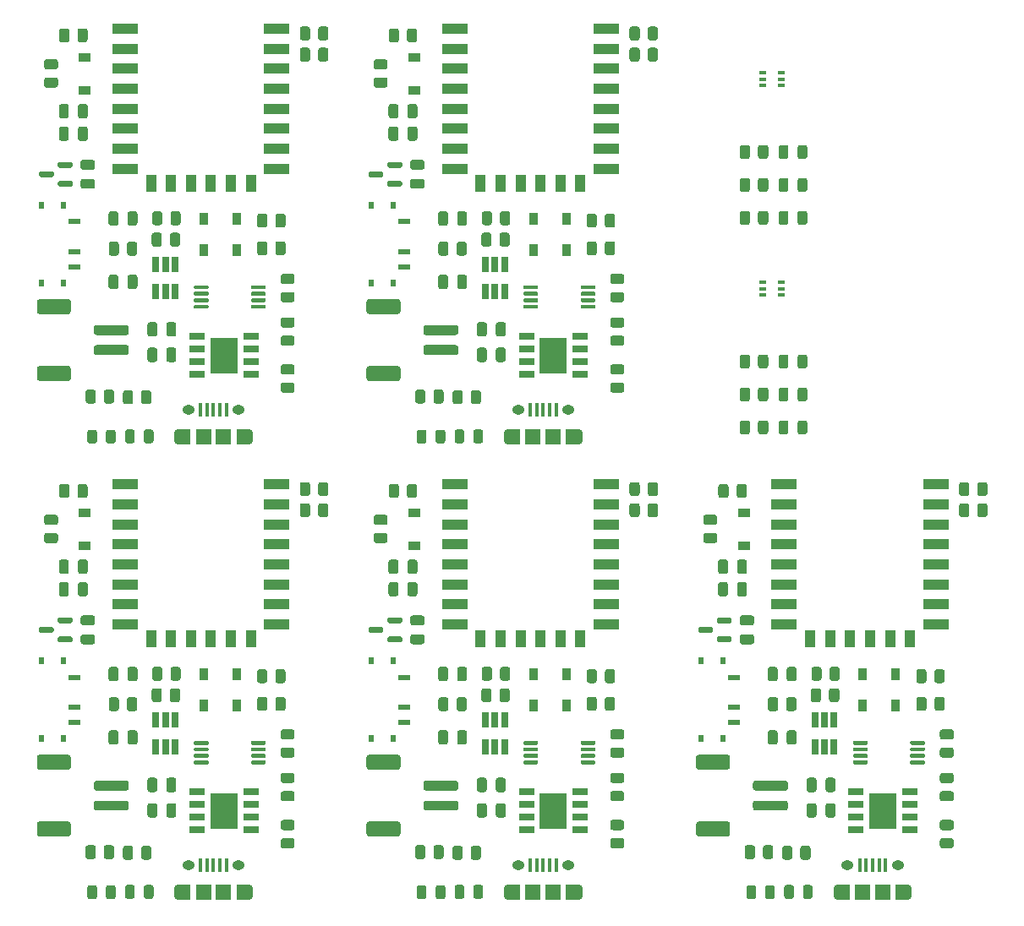
<source format=gtp>
%MOIN*%
%OFA0B0*%
%FSLAX46Y46*%
%IPPOS*%
%LPD*%
%ADD10R,0.047244094488188976X0.023622047244094488*%
%ADD11R,0.023622047244094488X0.031496062992125991*%
%ADD12R,0.025590551181102365X0.061417322834645675*%
%ADD13R,0.059055118110236227X0.025590551181102365*%
%ADD14R,0.10629921259842522X0.14173228346456693*%
%ADD15R,0.0984251968503937X0.03937007874015748*%
%ADD16R,0.03937007874015748X0.070866141732283464*%
%ADD17R,0.015748031496062995X0.053149606299212608*%
%ADD18O,0.03503937007874016X0.0610236220472441*%
%ADD19R,0.059055118110236227X0.0610236220472441*%
%ADD20R,0.047244094488188976X0.0610236220472441*%
%ADD21O,0.049212598425196853X0.037401574803149609*%
%ADD22R,0.047244094488188976X0.035433070866141732*%
%ADD23R,0.035433070866141732X0.047244094488188976*%
%ADD34R,0.025590551181102365X0.015748031496062995*%
%ADD35R,0.047244094488188976X0.023622047244094488*%
%ADD36R,0.023622047244094488X0.031496062992125991*%
%ADD37R,0.025590551181102365X0.061417322834645675*%
%ADD38R,0.059055118110236227X0.025590551181102365*%
%ADD39R,0.10629921259842522X0.14173228346456693*%
%ADD40R,0.0984251968503937X0.03937007874015748*%
%ADD41R,0.03937007874015748X0.070866141732283464*%
%ADD42R,0.015748031496062995X0.053149606299212608*%
%ADD43O,0.03503937007874016X0.0610236220472441*%
%ADD44R,0.059055118110236227X0.0610236220472441*%
%ADD45R,0.047244094488188976X0.0610236220472441*%
%ADD46O,0.049212598425196853X0.037401574803149609*%
%ADD47R,0.047244094488188976X0.035433070866141732*%
%ADD48R,0.035433070866141732X0.047244094488188976*%
%ADD49R,0.047244094488188976X0.023622047244094488*%
%ADD50R,0.023622047244094488X0.031496062992125991*%
%ADD51R,0.025590551181102365X0.061417322834645675*%
%ADD52R,0.059055118110236227X0.025590551181102365*%
%ADD53R,0.10629921259842522X0.14173228346456693*%
%ADD54R,0.0984251968503937X0.03937007874015748*%
%ADD55R,0.03937007874015748X0.070866141732283464*%
%ADD56R,0.015748031496062995X0.053149606299212608*%
%ADD57O,0.03503937007874016X0.0610236220472441*%
%ADD58R,0.059055118110236227X0.0610236220472441*%
%ADD59R,0.047244094488188976X0.0610236220472441*%
%ADD60O,0.049212598425196853X0.037401574803149609*%
%ADD61R,0.047244094488188976X0.035433070866141732*%
%ADD62R,0.035433070866141732X0.047244094488188976*%
%ADD63R,0.047244094488188976X0.023622047244094488*%
%ADD64R,0.023622047244094488X0.031496062992125991*%
%ADD65R,0.025590551181102365X0.061417322834645675*%
%ADD66R,0.059055118110236227X0.025590551181102365*%
%ADD67R,0.10629921259842522X0.14173228346456693*%
%ADD68R,0.0984251968503937X0.03937007874015748*%
%ADD69R,0.03937007874015748X0.070866141732283464*%
%ADD70R,0.015748031496062995X0.053149606299212608*%
%ADD71O,0.03503937007874016X0.0610236220472441*%
%ADD72R,0.059055118110236227X0.0610236220472441*%
%ADD73R,0.047244094488188976X0.0610236220472441*%
%ADD74O,0.049212598425196853X0.037401574803149609*%
%ADD75R,0.047244094488188976X0.035433070866141732*%
%ADD76R,0.035433070866141732X0.047244094488188976*%
%ADD77R,0.025590551181102365X0.015748031496062995*%
%ADD78R,0.047244094488188976X0.023622047244094488*%
%ADD79R,0.023622047244094488X0.031496062992125991*%
%ADD80R,0.025590551181102365X0.061417322834645675*%
%ADD81R,0.059055118110236227X0.025590551181102365*%
%ADD82R,0.10629921259842522X0.14173228346456693*%
%ADD83R,0.0984251968503937X0.03937007874015748*%
%ADD84R,0.03937007874015748X0.070866141732283464*%
%ADD85R,0.015748031496062995X0.053149606299212608*%
%ADD86O,0.03503937007874016X0.0610236220472441*%
%ADD87R,0.059055118110236227X0.0610236220472441*%
%ADD88R,0.047244094488188976X0.0610236220472441*%
%ADD89O,0.049212598425196853X0.037401574803149609*%
%ADD90R,0.047244094488188976X0.035433070866141732*%
%ADD91R,0.035433070866141732X0.047244094488188976*%
G01*
D10*
X-0003930500Y0006002500D02*
X0000168318Y0000728877D03*
X0000168318Y0000787933D03*
X0000168318Y0000906043D03*
D11*
X0000125011Y0000971397D03*
X0000037610Y0000971397D03*
X0000125011Y0000663523D03*
X0000037610Y0000663523D03*
G36*
G01*
X0000160051Y0001061555D02*
X0000160051Y0001049744D01*
G75*
G02*
X0000154145Y0001043838I-0000005905D01*
G01*
X0000107885Y0001043838D01*
G75*
G02*
X0000101980Y0001049744J0000005905D01*
G01*
X0000101980Y0001061555D01*
G75*
G02*
X0000107885Y0001067460I0000005905D01*
G01*
X0000154145Y0001067460D01*
G75*
G02*
X0000160051Y0001061555J-0000005905D01*
G01*
G37*
G36*
G01*
X0000160051Y0001136358D02*
X0000160051Y0001124547D01*
G75*
G02*
X0000154145Y0001118641I-0000005905D01*
G01*
X0000107885Y0001118641D01*
G75*
G02*
X0000101980Y0001124547J0000005905D01*
G01*
X0000101980Y0001136358D01*
G75*
G02*
X0000107885Y0001142263I0000005905D01*
G01*
X0000154145Y0001142263D01*
G75*
G02*
X0000160051Y0001136358J-0000005905D01*
G01*
G37*
G36*
G01*
X0000086232Y0001098956D02*
X0000086232Y0001087145D01*
G75*
G02*
X0000080326Y0001081240I-0000005905D01*
G01*
X0000034066Y0001081240D01*
G75*
G02*
X0000028161Y0001087145J0000005905D01*
G01*
X0000028161Y0001098956D01*
G75*
G02*
X0000034066Y0001104862I0000005905D01*
G01*
X0000080326Y0001104862D01*
G75*
G02*
X0000086232Y0001098956J-0000005905D01*
G01*
G37*
G36*
G01*
X0000638397Y0000643248D02*
X0000638397Y0000651122D01*
G75*
G02*
X0000642334Y0000655059I0000003937D01*
G01*
X0000692531Y0000655059D01*
G75*
G02*
X0000696468Y0000651122J-0000003937D01*
G01*
X0000696468Y0000643248D01*
G75*
G02*
X0000692531Y0000639311I-0000003937D01*
G01*
X0000642334Y0000639311D01*
G75*
G02*
X0000638397Y0000643248J0000003937D01*
G01*
G37*
G36*
G01*
X0000638397Y0000617657D02*
X0000638397Y0000625531D01*
G75*
G02*
X0000642334Y0000629468I0000003937D01*
G01*
X0000692531Y0000629468D01*
G75*
G02*
X0000696468Y0000625531J-0000003937D01*
G01*
X0000696468Y0000617657D01*
G75*
G02*
X0000692531Y0000613720I-0000003937D01*
G01*
X0000642334Y0000613720D01*
G75*
G02*
X0000638397Y0000617657J0000003937D01*
G01*
G37*
G36*
G01*
X0000638397Y0000592066D02*
X0000638397Y0000599940D01*
G75*
G02*
X0000642334Y0000603877I0000003937D01*
G01*
X0000692531Y0000603877D01*
G75*
G02*
X0000696468Y0000599940J-0000003937D01*
G01*
X0000696468Y0000592066D01*
G75*
G02*
X0000692531Y0000588129I-0000003937D01*
G01*
X0000642334Y0000588129D01*
G75*
G02*
X0000638397Y0000592066J0000003937D01*
G01*
G37*
G36*
G01*
X0000638397Y0000566476D02*
X0000638397Y0000574350D01*
G75*
G02*
X0000642334Y0000578287I0000003937D01*
G01*
X0000692531Y0000578287D01*
G75*
G02*
X0000696468Y0000574350J-0000003937D01*
G01*
X0000696468Y0000566476D01*
G75*
G02*
X0000692531Y0000562539I-0000003937D01*
G01*
X0000642334Y0000562539D01*
G75*
G02*
X0000638397Y0000566476J0000003937D01*
G01*
G37*
G36*
G01*
X0000863791Y0000566476D02*
X0000863791Y0000574350D01*
G75*
G02*
X0000867728Y0000578287I0000003937D01*
G01*
X0000917925Y0000578287D01*
G75*
G02*
X0000921862Y0000574350J-0000003937D01*
G01*
X0000921862Y0000566476D01*
G75*
G02*
X0000917925Y0000562539I-0000003937D01*
G01*
X0000867728Y0000562539D01*
G75*
G02*
X0000863791Y0000566476J0000003937D01*
G01*
G37*
G36*
G01*
X0000863791Y0000592066D02*
X0000863791Y0000599940D01*
G75*
G02*
X0000867728Y0000603877I0000003937D01*
G01*
X0000917925Y0000603877D01*
G75*
G02*
X0000921862Y0000599940J-0000003937D01*
G01*
X0000921862Y0000592066D01*
G75*
G02*
X0000917925Y0000588129I-0000003937D01*
G01*
X0000867728Y0000588129D01*
G75*
G02*
X0000863791Y0000592066J0000003937D01*
G01*
G37*
G36*
G01*
X0000863791Y0000617657D02*
X0000863791Y0000625531D01*
G75*
G02*
X0000867728Y0000629468I0000003937D01*
G01*
X0000917925Y0000629468D01*
G75*
G02*
X0000921862Y0000625531J-0000003937D01*
G01*
X0000921862Y0000617657D01*
G75*
G02*
X0000917925Y0000613720I-0000003937D01*
G01*
X0000867728Y0000613720D01*
G75*
G02*
X0000863791Y0000617657J0000003937D01*
G01*
G37*
G36*
G01*
X0000863791Y0000643248D02*
X0000863791Y0000651122D01*
G75*
G02*
X0000867728Y0000655059I0000003937D01*
G01*
X0000917925Y0000655059D01*
G75*
G02*
X0000921862Y0000651122J-0000003937D01*
G01*
X0000921862Y0000643248D01*
G75*
G02*
X0000917925Y0000639311I-0000003937D01*
G01*
X0000867728Y0000639311D01*
G75*
G02*
X0000863791Y0000643248J0000003937D01*
G01*
G37*
D12*
X0000488791Y0000632421D03*
X0000526192Y0000632421D03*
X0000563594Y0000632421D03*
X0000563594Y0000738720D03*
X0000488791Y0000738720D03*
X0000526192Y0000738720D03*
D13*
X0000862807Y0000303484D03*
X0000862807Y0000353484D03*
X0000862807Y0000403484D03*
X0000862807Y0000453484D03*
X0000650208Y0000453484D03*
X0000650208Y0000403484D03*
X0000650208Y0000353484D03*
X0000650208Y0000303484D03*
D14*
X0000756507Y0000378484D03*
D15*
X0000367137Y0001666673D03*
X0000367137Y0001587933D03*
X0000367137Y0001509192D03*
X0000367137Y0001430452D03*
X0000367137Y0001351712D03*
X0000367137Y0001272972D03*
X0000367137Y0001194232D03*
X0000367137Y0001115492D03*
D16*
X0000469500Y0001056437D03*
X0000548240Y0001056437D03*
X0000626980Y0001056437D03*
X0000705720Y0001056437D03*
X0000784460Y0001056437D03*
X0000863200Y0001056437D03*
D15*
X0000965562Y0001115492D03*
X0000965562Y0001194232D03*
X0000965562Y0001272972D03*
X0000965562Y0001351712D03*
X0000965562Y0001430452D03*
X0000965562Y0001509192D03*
X0000965562Y0001587933D03*
X0000965562Y0001666673D03*
G36*
G01*
X0001025799Y0000302893D02*
X0000990366Y0000302893D01*
G75*
G02*
X0000980523Y0000312736J0000009842D01*
G01*
X0000980523Y0000333405D01*
G75*
G02*
X0000990366Y0000343248I0000009842D01*
G01*
X0001025799Y0000343248D01*
G75*
G02*
X0001035641Y0000333405J-0000009842D01*
G01*
X0001035641Y0000312736D01*
G75*
G02*
X0001025799Y0000302893I-0000009842D01*
G01*
G37*
G36*
G01*
X0001025799Y0000231043D02*
X0000990366Y0000231043D01*
G75*
G02*
X0000980523Y0000240885J0000009842D01*
G01*
X0000980523Y0000261555D01*
G75*
G02*
X0000990366Y0000271397I0000009842D01*
G01*
X0001025799Y0000271397D01*
G75*
G02*
X0001035641Y0000261555J-0000009842D01*
G01*
X0001035641Y0000240885D01*
G75*
G02*
X0001025799Y0000231043I-0000009842D01*
G01*
G37*
G36*
G01*
X0000586232Y0000937539D02*
X0000586232Y0000902106D01*
G75*
G02*
X0000576389Y0000892263I-0000009842D01*
G01*
X0000555720Y0000892263D01*
G75*
G02*
X0000545877Y0000902106J0000009842D01*
G01*
X0000545877Y0000937539D01*
G75*
G02*
X0000555720Y0000947381I0000009842D01*
G01*
X0000576389Y0000947381D01*
G75*
G02*
X0000586232Y0000937539J-0000009842D01*
G01*
G37*
G36*
G01*
X0000514381Y0000937539D02*
X0000514381Y0000902106D01*
G75*
G02*
X0000504539Y0000892263I-0000009842D01*
G01*
X0000483870Y0000892263D01*
G75*
G02*
X0000474027Y0000902106J0000009842D01*
G01*
X0000474027Y0000937539D01*
G75*
G02*
X0000483870Y0000947381I0000009842D01*
G01*
X0000504539Y0000947381D01*
G75*
G02*
X0000514381Y0000937539J-0000009842D01*
G01*
G37*
G36*
G01*
X0000472059Y0000817460D02*
X0000472059Y0000852893D01*
G75*
G02*
X0000481901Y0000862736I0000009842D01*
G01*
X0000502570Y0000862736D01*
G75*
G02*
X0000512413Y0000852893J-0000009842D01*
G01*
X0000512413Y0000817460D01*
G75*
G02*
X0000502570Y0000807618I-0000009842D01*
G01*
X0000481901Y0000807618D01*
G75*
G02*
X0000472059Y0000817460J0000009842D01*
G01*
G37*
G36*
G01*
X0000543909Y0000817460D02*
X0000543909Y0000852893D01*
G75*
G02*
X0000553751Y0000862736I0000009842D01*
G01*
X0000574421Y0000862736D01*
G75*
G02*
X0000584263Y0000852893J-0000009842D01*
G01*
X0000584263Y0000817460D01*
G75*
G02*
X0000574421Y0000807618I-0000009842D01*
G01*
X0000553751Y0000807618D01*
G75*
G02*
X0000543909Y0000817460J0000009842D01*
G01*
G37*
G36*
G01*
X0000302767Y0000782027D02*
X0000302767Y0000817460D01*
G75*
G02*
X0000312610Y0000827303I0000009842D01*
G01*
X0000333279Y0000827303D01*
G75*
G02*
X0000343122Y0000817460J-0000009842D01*
G01*
X0000343122Y0000782027D01*
G75*
G02*
X0000333279Y0000772185I-0000009842D01*
G01*
X0000312610Y0000772185D01*
G75*
G02*
X0000302767Y0000782027J0000009842D01*
G01*
G37*
G36*
G01*
X0000374618Y0000782027D02*
X0000374618Y0000817460D01*
G75*
G02*
X0000384460Y0000827303I0000009842D01*
G01*
X0000405129Y0000827303D01*
G75*
G02*
X0000414972Y0000817460J-0000009842D01*
G01*
X0000414972Y0000782027D01*
G75*
G02*
X0000405129Y0000772185I-0000009842D01*
G01*
X0000384460Y0000772185D01*
G75*
G02*
X0000374618Y0000782027J0000009842D01*
G01*
G37*
G36*
G01*
X0000990366Y0000456830D02*
X0001025799Y0000456830D01*
G75*
G02*
X0001035641Y0000446988J-0000009842D01*
G01*
X0001035641Y0000426318D01*
G75*
G02*
X0001025799Y0000416476I-0000009842D01*
G01*
X0000990366Y0000416476D01*
G75*
G02*
X0000980523Y0000426318J0000009842D01*
G01*
X0000980523Y0000446988D01*
G75*
G02*
X0000990366Y0000456830I0000009842D01*
G01*
G37*
G36*
G01*
X0000990366Y0000528681D02*
X0001025799Y0000528681D01*
G75*
G02*
X0001035641Y0000518838J-0000009842D01*
G01*
X0001035641Y0000498169D01*
G75*
G02*
X0001025799Y0000488326I-0000009842D01*
G01*
X0000990366Y0000488326D01*
G75*
G02*
X0000980523Y0000498169J0000009842D01*
G01*
X0000980523Y0000518838D01*
G75*
G02*
X0000990366Y0000528681I0000009842D01*
G01*
G37*
G36*
G01*
X0000283279Y0000198562D02*
X0000283279Y0000233996D01*
G75*
G02*
X0000293121Y0000243838I0000009842D01*
G01*
X0000313791Y0000243838D01*
G75*
G02*
X0000323633Y0000233996J-0000009842D01*
G01*
X0000323633Y0000198562D01*
G75*
G02*
X0000313791Y0000188720I-0000009842D01*
G01*
X0000293121Y0000188720D01*
G75*
G02*
X0000283279Y0000198562J0000009842D01*
G01*
G37*
G36*
G01*
X0000211429Y0000198562D02*
X0000211429Y0000233996D01*
G75*
G02*
X0000221271Y0000243838I0000009842D01*
G01*
X0000241941Y0000243838D01*
G75*
G02*
X0000251783Y0000233996J-0000009842D01*
G01*
X0000251783Y0000198562D01*
G75*
G02*
X0000241941Y0000188720I-0000009842D01*
G01*
X0000221271Y0000188720D01*
G75*
G02*
X0000211429Y0000198562J0000009842D01*
G01*
G37*
G36*
G01*
X0000470877Y0000231240D02*
X0000470877Y0000195807D01*
G75*
G02*
X0000461035Y0000185964I-0000009842D01*
G01*
X0000440366Y0000185964D01*
G75*
G02*
X0000430523Y0000195807J0000009842D01*
G01*
X0000430523Y0000231240D01*
G75*
G02*
X0000440366Y0000241082I0000009842D01*
G01*
X0000461035Y0000241082D01*
G75*
G02*
X0000470877Y0000231240J-0000009842D01*
G01*
G37*
G36*
G01*
X0000399027Y0000231240D02*
X0000399027Y0000195807D01*
G75*
G02*
X0000389185Y0000185964I-0000009842D01*
G01*
X0000368515Y0000185964D01*
G75*
G02*
X0000358673Y0000195807J0000009842D01*
G01*
X0000358673Y0000231240D01*
G75*
G02*
X0000368515Y0000241082I0000009842D01*
G01*
X0000389185Y0000241082D01*
G75*
G02*
X0000399027Y0000231240J-0000009842D01*
G01*
G37*
G36*
G01*
X0000887413Y0000892657D02*
X0000887413Y0000928090D01*
G75*
G02*
X0000897255Y0000937933I0000009842D01*
G01*
X0000917925Y0000937933D01*
G75*
G02*
X0000927767Y0000928090J-0000009842D01*
G01*
X0000927767Y0000892657D01*
G75*
G02*
X0000917925Y0000882814I-0000009842D01*
G01*
X0000897255Y0000882814D01*
G75*
G02*
X0000887413Y0000892657J0000009842D01*
G01*
G37*
G36*
G01*
X0000959263Y0000892657D02*
X0000959263Y0000928090D01*
G75*
G02*
X0000969106Y0000937933I0000009842D01*
G01*
X0000989775Y0000937933D01*
G75*
G02*
X0000999618Y0000928090J-0000009842D01*
G01*
X0000999618Y0000892657D01*
G75*
G02*
X0000989775Y0000882814I-0000009842D01*
G01*
X0000969106Y0000882814D01*
G75*
G02*
X0000959263Y0000892657J0000009842D01*
G01*
G37*
G36*
G01*
X0000887413Y0000783405D02*
X0000887413Y0000818838D01*
G75*
G02*
X0000897255Y0000828681I0000009842D01*
G01*
X0000917925Y0000828681D01*
G75*
G02*
X0000927767Y0000818838J-0000009842D01*
G01*
X0000927767Y0000783405D01*
G75*
G02*
X0000917925Y0000773562I-0000009842D01*
G01*
X0000897255Y0000773562D01*
G75*
G02*
X0000887413Y0000783405J0000009842D01*
G01*
G37*
G36*
G01*
X0000959263Y0000783405D02*
X0000959263Y0000818838D01*
G75*
G02*
X0000969106Y0000828681I0000009842D01*
G01*
X0000989775Y0000828681D01*
G75*
G02*
X0000999618Y0000818838J-0000009842D01*
G01*
X0000999618Y0000783405D01*
G75*
G02*
X0000989775Y0000773562I-0000009842D01*
G01*
X0000969106Y0000773562D01*
G75*
G02*
X0000959263Y0000783405J0000009842D01*
G01*
G37*
G36*
G01*
X0000057688Y0001547185D02*
X0000093122Y0001547185D01*
G75*
G02*
X0000102964Y0001537342J-0000009842D01*
G01*
X0000102964Y0001516673D01*
G75*
G02*
X0000093122Y0001506830I-0000009842D01*
G01*
X0000057688Y0001506830D01*
G75*
G02*
X0000047846Y0001516673J0000009842D01*
G01*
X0000047846Y0001537342D01*
G75*
G02*
X0000057688Y0001547185I0000009842D01*
G01*
G37*
G36*
G01*
X0000057688Y0001475334D02*
X0000093122Y0001475334D01*
G75*
G02*
X0000102964Y0001465492J-0000009842D01*
G01*
X0000102964Y0001444822D01*
G75*
G02*
X0000093122Y0001434980I-0000009842D01*
G01*
X0000057688Y0001434980D01*
G75*
G02*
X0000047846Y0001444822J0000009842D01*
G01*
X0000047846Y0001465492D01*
G75*
G02*
X0000057688Y0001475334I0000009842D01*
G01*
G37*
G36*
G01*
X0001128082Y0001630846D02*
X0001128082Y0001666279D01*
G75*
G02*
X0001137925Y0001676122I0000009842D01*
G01*
X0001158594Y0001676122D01*
G75*
G02*
X0001168437Y0001666279J-0000009842D01*
G01*
X0001168437Y0001630846D01*
G75*
G02*
X0001158594Y0001621003I-0000009842D01*
G01*
X0001137925Y0001621003D01*
G75*
G02*
X0001128082Y0001630846J0000009842D01*
G01*
G37*
G36*
G01*
X0001056232Y0001630846D02*
X0001056232Y0001666279D01*
G75*
G02*
X0001066074Y0001676122I0000009842D01*
G01*
X0001086744Y0001676122D01*
G75*
G02*
X0001096586Y0001666279J-0000009842D01*
G01*
X0001096586Y0001630846D01*
G75*
G02*
X0001086744Y0001621003I-0000009842D01*
G01*
X0001066074Y0001621003D01*
G75*
G02*
X0001056232Y0001630846J0000009842D01*
G01*
G37*
G36*
G01*
X0000990366Y0000628877D02*
X0001025799Y0000628877D01*
G75*
G02*
X0001035641Y0000619035J-0000009842D01*
G01*
X0001035641Y0000598366D01*
G75*
G02*
X0001025799Y0000588523I-0000009842D01*
G01*
X0000990366Y0000588523D01*
G75*
G02*
X0000980523Y0000598366J0000009842D01*
G01*
X0000980523Y0000619035D01*
G75*
G02*
X0000990366Y0000628877I0000009842D01*
G01*
G37*
G36*
G01*
X0000990366Y0000700728D02*
X0001025799Y0000700728D01*
G75*
G02*
X0001035641Y0000690885J-0000009842D01*
G01*
X0001035641Y0000670216D01*
G75*
G02*
X0001025799Y0000660374I-0000009842D01*
G01*
X0000990366Y0000660374D01*
G75*
G02*
X0000980523Y0000670216J0000009842D01*
G01*
X0000980523Y0000690885D01*
G75*
G02*
X0000990366Y0000700728I0000009842D01*
G01*
G37*
G36*
G01*
X0001128082Y0001547381D02*
X0001128082Y0001582815D01*
G75*
G02*
X0001137925Y0001592657I0000009842D01*
G01*
X0001158594Y0001592657D01*
G75*
G02*
X0001168437Y0001582815J-0000009842D01*
G01*
X0001168437Y0001547381D01*
G75*
G02*
X0001158594Y0001537539I-0000009842D01*
G01*
X0001137925Y0001537539D01*
G75*
G02*
X0001128082Y0001547381J0000009842D01*
G01*
G37*
G36*
G01*
X0001056232Y0001547381D02*
X0001056232Y0001582815D01*
G75*
G02*
X0001066074Y0001592657I0000009842D01*
G01*
X0001086744Y0001592657D01*
G75*
G02*
X0001096586Y0001582815J-0000009842D01*
G01*
X0001096586Y0001547381D01*
G75*
G02*
X0001086744Y0001537539I-0000009842D01*
G01*
X0001066074Y0001537539D01*
G75*
G02*
X0001056232Y0001547381J0000009842D01*
G01*
G37*
G36*
G01*
X0000107295Y0001623366D02*
X0000107295Y0001658799D01*
G75*
G02*
X0000117137Y0001668641I0000009842D01*
G01*
X0000137807Y0001668641D01*
G75*
G02*
X0000147649Y0001658799J-0000009842D01*
G01*
X0000147649Y0001623366D01*
G75*
G02*
X0000137807Y0001613523I-0000009842D01*
G01*
X0000117137Y0001613523D01*
G75*
G02*
X0000107295Y0001623366J0000009842D01*
G01*
G37*
G36*
G01*
X0000179145Y0001623366D02*
X0000179145Y0001658799D01*
G75*
G02*
X0000188988Y0001668641I0000009842D01*
G01*
X0000209657Y0001668641D01*
G75*
G02*
X0000219499Y0001658799J-0000009842D01*
G01*
X0000219499Y0001623366D01*
G75*
G02*
X0000209657Y0001613523I-0000009842D01*
G01*
X0000188988Y0001613523D01*
G75*
G02*
X0000179145Y0001623366J0000009842D01*
G01*
G37*
G36*
G01*
X0000253751Y0000498169D02*
X0000371862Y0000498169D01*
G75*
G02*
X0000381704Y0000488326J-0000009842D01*
G01*
X0000381704Y0000468641D01*
G75*
G02*
X0000371862Y0000458799I-0000009842D01*
G01*
X0000253751Y0000458799D01*
G75*
G02*
X0000243909Y0000468641J0000009842D01*
G01*
X0000243909Y0000488326D01*
G75*
G02*
X0000253751Y0000498169I0000009842D01*
G01*
G37*
G36*
G01*
X0000253751Y0000419429D02*
X0000371862Y0000419429D01*
G75*
G02*
X0000381704Y0000409586J-0000009842D01*
G01*
X0000381704Y0000389901D01*
G75*
G02*
X0000371862Y0000380059I-0000009842D01*
G01*
X0000253751Y0000380059D01*
G75*
G02*
X0000243909Y0000389901J0000009842D01*
G01*
X0000243909Y0000409586D01*
G75*
G02*
X0000253751Y0000419429I0000009842D01*
G01*
G37*
G36*
G01*
X0000029342Y0000600531D02*
X0000143515Y0000600531D01*
G75*
G02*
X0000153358Y0000590688J-0000009842D01*
G01*
X0000153358Y0000551318D01*
G75*
G02*
X0000143515Y0000541476I-0000009842D01*
G01*
X0000029342Y0000541476D01*
G75*
G02*
X0000019500Y0000551318J0000009842D01*
G01*
X0000019500Y0000590688D01*
G75*
G02*
X0000029342Y0000600531I0000009842D01*
G01*
G37*
G36*
G01*
X0000029342Y0000336751D02*
X0000143515Y0000336751D01*
G75*
G02*
X0000153358Y0000326909J-0000009842D01*
G01*
X0000153358Y0000287539D01*
G75*
G02*
X0000143515Y0000277696I-0000009842D01*
G01*
X0000029342Y0000277696D01*
G75*
G02*
X0000019500Y0000287539J0000009842D01*
G01*
X0000019500Y0000326909D01*
G75*
G02*
X0000029342Y0000336751I0000009842D01*
G01*
G37*
D17*
X0000664381Y0000163129D03*
X0000689972Y0000163129D03*
X0000715562Y0000163129D03*
X0000741153Y0000163129D03*
X0000766744Y0000163129D03*
D18*
X0000577767Y0000056830D03*
D19*
X0000676192Y0000056830D03*
X0000754933Y0000056830D03*
D18*
X0000853358Y0000056830D03*
D20*
X0000601389Y0000056830D03*
X0000829736Y0000056830D03*
D21*
X0000617137Y0000163129D03*
X0000813988Y0000163129D03*
G36*
G01*
X0000291862Y0000040049D02*
X0000291862Y0000075974D01*
G75*
G02*
X0000301458Y0000085570I0000009596D01*
G01*
X0000320651Y0000085570D01*
G75*
G02*
X0000330248Y0000075974J-0000009596D01*
G01*
X0000330248Y0000040049D01*
G75*
G02*
X0000320651Y0000030452I-0000009596D01*
G01*
X0000301458Y0000030452D01*
G75*
G02*
X0000291862Y0000040049J0000009596D01*
G01*
G37*
G36*
G01*
X0000218043Y0000040049D02*
X0000218043Y0000075974D01*
G75*
G02*
X0000227639Y0000085570I0000009596D01*
G01*
X0000246832Y0000085570D01*
G75*
G02*
X0000256429Y0000075974J-0000009596D01*
G01*
X0000256429Y0000040049D01*
G75*
G02*
X0000246832Y0000030452I-0000009596D01*
G01*
X0000227639Y0000030452D01*
G75*
G02*
X0000218043Y0000040049J0000009596D01*
G01*
G37*
G36*
G01*
X0000366940Y0000041230D02*
X0000366940Y0000077155D01*
G75*
G02*
X0000376537Y0000086751I0000009596D01*
G01*
X0000395730Y0000086751D01*
G75*
G02*
X0000405326Y0000077155J-0000009596D01*
G01*
X0000405326Y0000041230D01*
G75*
G02*
X0000395730Y0000031633I-0000009596D01*
G01*
X0000376537Y0000031633D01*
G75*
G02*
X0000366940Y0000041230J0000009596D01*
G01*
G37*
G36*
G01*
X0000440759Y0000041230D02*
X0000440759Y0000077155D01*
G75*
G02*
X0000450356Y0000086751I0000009596D01*
G01*
X0000469549Y0000086751D01*
G75*
G02*
X0000479145Y0000077155J-0000009596D01*
G01*
X0000479145Y0000041230D01*
G75*
G02*
X0000469549Y0000031633I-0000009596D01*
G01*
X0000450356Y0000031633D01*
G75*
G02*
X0000440759Y0000041230J0000009596D01*
G01*
G37*
D22*
X0000207885Y0001555649D03*
X0000207885Y0001425728D03*
D23*
X0000676980Y0000793248D03*
X0000806901Y0000793248D03*
X0000676980Y0000918248D03*
X0000806901Y0000918248D03*
G36*
G01*
X0000201389Y0001150137D02*
X0000238791Y0001150137D01*
G75*
G02*
X0000248633Y0001140295J-0000009842D01*
G01*
X0000248633Y0001120610D01*
G75*
G02*
X0000238791Y0001110767I-0000009842D01*
G01*
X0000201389Y0001110767D01*
G75*
G02*
X0000191547Y0001120610J0000009842D01*
G01*
X0000191547Y0001140295D01*
G75*
G02*
X0000201389Y0001150137I0000009842D01*
G01*
G37*
G36*
G01*
X0000201389Y0001075334D02*
X0000238791Y0001075334D01*
G75*
G02*
X0000248633Y0001065492J-0000009842D01*
G01*
X0000248633Y0001045807D01*
G75*
G02*
X0000238791Y0001035964I-0000009842D01*
G01*
X0000201389Y0001035964D01*
G75*
G02*
X0000191547Y0001045807J0000009842D01*
G01*
X0000191547Y0001065492D01*
G75*
G02*
X0000201389Y0001075334I0000009842D01*
G01*
G37*
G36*
G01*
X0000301783Y0000899940D02*
X0000301783Y0000937342D01*
G75*
G02*
X0000311625Y0000947185I0000009842D01*
G01*
X0000331311Y0000947185D01*
G75*
G02*
X0000341153Y0000937342J-0000009842D01*
G01*
X0000341153Y0000899940D01*
G75*
G02*
X0000331311Y0000890098I-0000009842D01*
G01*
X0000311625Y0000890098D01*
G75*
G02*
X0000301783Y0000899940J0000009842D01*
G01*
G37*
G36*
G01*
X0000376586Y0000899940D02*
X0000376586Y0000937342D01*
G75*
G02*
X0000386429Y0000947185I0000009842D01*
G01*
X0000406114Y0000947185D01*
G75*
G02*
X0000415956Y0000937342J-0000009842D01*
G01*
X0000415956Y0000899940D01*
G75*
G02*
X0000406114Y0000890098I-0000009842D01*
G01*
X0000386429Y0000890098D01*
G75*
G02*
X0000376586Y0000899940J0000009842D01*
G01*
G37*
G36*
G01*
X0000415956Y0000687342D02*
X0000415956Y0000649940D01*
G75*
G02*
X0000406114Y0000640098I-0000009842D01*
G01*
X0000386429Y0000640098D01*
G75*
G02*
X0000376586Y0000649940J0000009842D01*
G01*
X0000376586Y0000687342D01*
G75*
G02*
X0000386429Y0000697185I0000009842D01*
G01*
X0000406114Y0000697185D01*
G75*
G02*
X0000415956Y0000687342J-0000009842D01*
G01*
G37*
G36*
G01*
X0000341153Y0000687342D02*
X0000341153Y0000649940D01*
G75*
G02*
X0000331311Y0000640098I-0000009842D01*
G01*
X0000311625Y0000640098D01*
G75*
G02*
X0000301783Y0000649940J0000009842D01*
G01*
X0000301783Y0000687342D01*
G75*
G02*
X0000311625Y0000697185I0000009842D01*
G01*
X0000331311Y0000697185D01*
G75*
G02*
X0000341153Y0000687342J-0000009842D01*
G01*
G37*
G36*
G01*
X0000454933Y0000462539D02*
X0000454933Y0000499940D01*
G75*
G02*
X0000464775Y0000509783I0000009842D01*
G01*
X0000484460Y0000509783D01*
G75*
G02*
X0000494303Y0000499940J-0000009842D01*
G01*
X0000494303Y0000462539D01*
G75*
G02*
X0000484460Y0000452696I-0000009842D01*
G01*
X0000464775Y0000452696D01*
G75*
G02*
X0000454933Y0000462539J0000009842D01*
G01*
G37*
G36*
G01*
X0000529736Y0000462539D02*
X0000529736Y0000499940D01*
G75*
G02*
X0000539578Y0000509783I0000009842D01*
G01*
X0000559263Y0000509783D01*
G75*
G02*
X0000569106Y0000499940J-0000009842D01*
G01*
X0000569106Y0000462539D01*
G75*
G02*
X0000559263Y0000452696I-0000009842D01*
G01*
X0000539578Y0000452696D01*
G75*
G02*
X0000529736Y0000462539J0000009842D01*
G01*
G37*
G36*
G01*
X0000454933Y0000362145D02*
X0000454933Y0000399547D01*
G75*
G02*
X0000464775Y0000409389I0000009842D01*
G01*
X0000484460Y0000409389D01*
G75*
G02*
X0000494303Y0000399547J-0000009842D01*
G01*
X0000494303Y0000362145D01*
G75*
G02*
X0000484460Y0000352303I-0000009842D01*
G01*
X0000464775Y0000352303D01*
G75*
G02*
X0000454933Y0000362145J0000009842D01*
G01*
G37*
G36*
G01*
X0000529736Y0000362145D02*
X0000529736Y0000399547D01*
G75*
G02*
X0000539578Y0000409389I0000009842D01*
G01*
X0000559263Y0000409389D01*
G75*
G02*
X0000569106Y0000399547J-0000009842D01*
G01*
X0000569106Y0000362145D01*
G75*
G02*
X0000559263Y0000352303I-0000009842D01*
G01*
X0000539578Y0000352303D01*
G75*
G02*
X0000529736Y0000362145J0000009842D01*
G01*
G37*
G36*
G01*
X0000220484Y0001271988D02*
X0000220484Y0001234586D01*
G75*
G02*
X0000210641Y0001224744I-0000009842D01*
G01*
X0000190956Y0001224744D01*
G75*
G02*
X0000181114Y0001234586J0000009842D01*
G01*
X0000181114Y0001271988D01*
G75*
G02*
X0000190956Y0001281830I0000009842D01*
G01*
X0000210641Y0001281830D01*
G75*
G02*
X0000220484Y0001271988J-0000009842D01*
G01*
G37*
G36*
G01*
X0000145681Y0001271988D02*
X0000145681Y0001234586D01*
G75*
G02*
X0000135838Y0001224744I-0000009842D01*
G01*
X0000116153Y0001224744D01*
G75*
G02*
X0000106310Y0001234586J0000009842D01*
G01*
X0000106310Y0001271988D01*
G75*
G02*
X0000116153Y0001281830I0000009842D01*
G01*
X0000135838Y0001281830D01*
G75*
G02*
X0000145681Y0001271988J-0000009842D01*
G01*
G37*
G36*
G01*
X0000220484Y0001360767D02*
X0000220484Y0001323366D01*
G75*
G02*
X0000210641Y0001313523I-0000009842D01*
G01*
X0000190956Y0001313523D01*
G75*
G02*
X0000181114Y0001323366J0000009842D01*
G01*
X0000181114Y0001360767D01*
G75*
G02*
X0000190956Y0001370610I0000009842D01*
G01*
X0000210641Y0001370610D01*
G75*
G02*
X0000220484Y0001360767J-0000009842D01*
G01*
G37*
G36*
G01*
X0000145681Y0001360767D02*
X0000145681Y0001323366D01*
G75*
G02*
X0000135838Y0001313523I-0000009842D01*
G01*
X0000116153Y0001313523D01*
G75*
G02*
X0000106310Y0001323366J0000009842D01*
G01*
X0000106310Y0001360767D01*
G75*
G02*
X0000116153Y0001370610I0000009842D01*
G01*
X0000135838Y0001370610D01*
G75*
G02*
X0000145681Y0001360767J-0000009842D01*
G01*
G37*
G04 next file*
G04 #@! TF.GenerationSoftware,KiCad,Pcbnew,(5.1.9)-1*
G04 #@! TF.CreationDate,2021-07-08T10:46:36+02:00*
G04 #@! TF.ProjectId,ttl_to_usb_adapter,74746c5f-746f-45f7-9573-625f61646170,v0.0*
G04 #@! TF.SameCoordinates,Original*
G04 #@! TF.FileFunction,Paste,Top*
G04 #@! TF.FilePolarity,Positive*
G04 Gerber Fmt 4.6, Leading zero omitted, Abs format (unit mm)*
G04 Created by KiCad (PCBNEW (5.1.9)-1) date 2021-07-08 10:46:36*
G01*
G04 APERTURE LIST*
G04 APERTURE END LIST*
G36*
G01*
X0002790409Y0001874011D02*
X0002790409Y0001909444D01*
G75*
G02*
X0002800251Y0001919287I0000009842D01*
G01*
X0002820921Y0001919287D01*
G75*
G02*
X0002830763Y0001909444J-0000009842D01*
G01*
X0002830763Y0001874011D01*
G75*
G02*
X0002820921Y0001864169I-0000009842D01*
G01*
X0002800251Y0001864169D01*
G75*
G02*
X0002790409Y0001874011J0000009842D01*
G01*
G37*
G36*
G01*
X0002862259Y0001874011D02*
X0002862259Y0001909444D01*
G75*
G02*
X0002872102Y0001919287I0000009842D01*
G01*
X0002892771Y0001919287D01*
G75*
G02*
X0002902614Y0001909444J-0000009842D01*
G01*
X0002902614Y0001874011D01*
G75*
G02*
X0002892771Y0001864169I-0000009842D01*
G01*
X0002872102Y0001864169D01*
G75*
G02*
X0002862259Y0001874011J0000009842D01*
G01*
G37*
G36*
G01*
X0002790409Y0002003933D02*
X0002790409Y0002039366D01*
G75*
G02*
X0002800251Y0002049208I0000009842D01*
G01*
X0002820921Y0002049208D01*
G75*
G02*
X0002830763Y0002039366J-0000009842D01*
G01*
X0002830763Y0002003933D01*
G75*
G02*
X0002820921Y0001994090I-0000009842D01*
G01*
X0002800251Y0001994090D01*
G75*
G02*
X0002790409Y0002003933J0000009842D01*
G01*
G37*
G36*
G01*
X0002862259Y0002003933D02*
X0002862259Y0002039366D01*
G75*
G02*
X0002872102Y0002049208I0000009842D01*
G01*
X0002892771Y0002049208D01*
G75*
G02*
X0002902614Y0002039366J-0000009842D01*
G01*
X0002902614Y0002003933D01*
G75*
G02*
X0002892771Y0001994090I-0000009842D01*
G01*
X0002872102Y0001994090D01*
G75*
G02*
X0002862259Y0002003933J0000009842D01*
G01*
G37*
G36*
G01*
X0002790409Y0002133854D02*
X0002790409Y0002169287D01*
G75*
G02*
X0002800251Y0002179129I0000009842D01*
G01*
X0002820921Y0002179129D01*
G75*
G02*
X0002830763Y0002169287J-0000009842D01*
G01*
X0002830763Y0002133854D01*
G75*
G02*
X0002820921Y0002124011I-0000009842D01*
G01*
X0002800251Y0002124011D01*
G75*
G02*
X0002790409Y0002133854J0000009842D01*
G01*
G37*
G36*
G01*
X0002862259Y0002133854D02*
X0002862259Y0002169287D01*
G75*
G02*
X0002872102Y0002179129I0000009842D01*
G01*
X0002892771Y0002179129D01*
G75*
G02*
X0002902614Y0002169287J-0000009842D01*
G01*
X0002902614Y0002133854D01*
G75*
G02*
X0002892771Y0002124011I-0000009842D01*
G01*
X0002872102Y0002124011D01*
G75*
G02*
X0002862259Y0002133854J0000009842D01*
G01*
G37*
G36*
G01*
X0002943952Y0001873765D02*
X0002943952Y0001909690D01*
G75*
G02*
X0002953549Y0001919287I0000009596D01*
G01*
X0002972742Y0001919287D01*
G75*
G02*
X0002982338Y0001909690J-0000009596D01*
G01*
X0002982338Y0001873765D01*
G75*
G02*
X0002972742Y0001864169I-0000009596D01*
G01*
X0002953549Y0001864169D01*
G75*
G02*
X0002943952Y0001873765J0000009596D01*
G01*
G37*
G36*
G01*
X0003017771Y0001873765D02*
X0003017771Y0001909690D01*
G75*
G02*
X0003027368Y0001919287I0000009596D01*
G01*
X0003046560Y0001919287D01*
G75*
G02*
X0003056157Y0001909690J-0000009596D01*
G01*
X0003056157Y0001873765D01*
G75*
G02*
X0003046560Y0001864169I-0000009596D01*
G01*
X0003027368Y0001864169D01*
G75*
G02*
X0003017771Y0001873765J0000009596D01*
G01*
G37*
G36*
G01*
X0002943952Y0002003687D02*
X0002943952Y0002039612D01*
G75*
G02*
X0002953549Y0002049208I0000009596D01*
G01*
X0002972742Y0002049208D01*
G75*
G02*
X0002982338Y0002039612J-0000009596D01*
G01*
X0002982338Y0002003687D01*
G75*
G02*
X0002972742Y0001994090I-0000009596D01*
G01*
X0002953549Y0001994090D01*
G75*
G02*
X0002943952Y0002003687J0000009596D01*
G01*
G37*
G36*
G01*
X0003017771Y0002003687D02*
X0003017771Y0002039612D01*
G75*
G02*
X0003027368Y0002049208I0000009596D01*
G01*
X0003046560Y0002049208D01*
G75*
G02*
X0003056157Y0002039612J-0000009596D01*
G01*
X0003056157Y0002003687D01*
G75*
G02*
X0003046560Y0001994090I-0000009596D01*
G01*
X0003027368Y0001994090D01*
G75*
G02*
X0003017771Y0002003687J0000009596D01*
G01*
G37*
G36*
G01*
X0002943952Y0002133608D02*
X0002943952Y0002169533D01*
G75*
G02*
X0002953549Y0002179129I0000009596D01*
G01*
X0002972742Y0002179129D01*
G75*
G02*
X0002982338Y0002169533J-0000009596D01*
G01*
X0002982338Y0002133608D01*
G75*
G02*
X0002972742Y0002124011I-0000009596D01*
G01*
X0002953549Y0002124011D01*
G75*
G02*
X0002943952Y0002133608J0000009596D01*
G01*
G37*
G36*
G01*
X0003017771Y0002133608D02*
X0003017771Y0002169533D01*
G75*
G02*
X0003027368Y0002179129I0000009596D01*
G01*
X0003046560Y0002179129D01*
G75*
G02*
X0003056157Y0002169533J-0000009596D01*
G01*
X0003056157Y0002133608D01*
G75*
G02*
X0003046560Y0002124011I-0000009596D01*
G01*
X0003027368Y0002124011D01*
G75*
G02*
X0003017771Y0002133608J0000009596D01*
G01*
G37*
D34*
X0002879976Y0002464562D03*
X0002879976Y0002413381D03*
X0002954779Y0002438972D03*
X0002879976Y0002438972D03*
X0002954779Y0002413381D03*
X0002954779Y0002464562D03*
G04 next file*
G04 #@! TF.GenerationSoftware,KiCad,Pcbnew,(5.1.9)-1*
G04 #@! TF.CreationDate,2021-07-08T10:50:12+02:00*
G04 #@! TF.ProjectId,iot-postbox,696f742d-706f-4737-9462-6f782e6b6963,v0.0*
G04 #@! TF.SameCoordinates,Original*
G04 #@! TF.FileFunction,Paste,Top*
G04 #@! TF.FilePolarity,Positive*
G04 Gerber Fmt 4.6, Leading zero omitted, Abs format (unit mm)*
G04 Created by KiCad (PCBNEW (5.1.9)-1) date 2021-07-08 10:50:12*
G01*
G04 APERTURE LIST*
G04 APERTURE END LIST*
D35*
X-0003930500Y0007799740D02*
X0000168318Y0002526118D03*
X0000168318Y0002585173D03*
X0000168318Y0002703283D03*
D36*
X0000125011Y0002768637D03*
X0000037610Y0002768637D03*
X0000125011Y0002460763D03*
X0000037610Y0002460763D03*
G36*
G01*
X0000160051Y0002858795D02*
X0000160051Y0002846984D01*
G75*
G02*
X0000154145Y0002841078I-0000005905D01*
G01*
X0000107885Y0002841078D01*
G75*
G02*
X0000101980Y0002846984J0000005905D01*
G01*
X0000101980Y0002858795D01*
G75*
G02*
X0000107885Y0002864700I0000005905D01*
G01*
X0000154145Y0002864700D01*
G75*
G02*
X0000160051Y0002858795J-0000005905D01*
G01*
G37*
G36*
G01*
X0000160051Y0002933598D02*
X0000160051Y0002921787D01*
G75*
G02*
X0000154145Y0002915881I-0000005905D01*
G01*
X0000107885Y0002915881D01*
G75*
G02*
X0000101980Y0002921787J0000005905D01*
G01*
X0000101980Y0002933598D01*
G75*
G02*
X0000107885Y0002939503I0000005905D01*
G01*
X0000154145Y0002939503D01*
G75*
G02*
X0000160051Y0002933598J-0000005905D01*
G01*
G37*
G36*
G01*
X0000086232Y0002896196D02*
X0000086232Y0002884385D01*
G75*
G02*
X0000080326Y0002878480I-0000005905D01*
G01*
X0000034066Y0002878480D01*
G75*
G02*
X0000028161Y0002884385J0000005905D01*
G01*
X0000028161Y0002896196D01*
G75*
G02*
X0000034066Y0002902102I0000005905D01*
G01*
X0000080326Y0002902102D01*
G75*
G02*
X0000086232Y0002896196J-0000005905D01*
G01*
G37*
G36*
G01*
X0000638397Y0002440488D02*
X0000638397Y0002448362D01*
G75*
G02*
X0000642334Y0002452299I0000003937D01*
G01*
X0000692531Y0002452299D01*
G75*
G02*
X0000696468Y0002448362J-0000003937D01*
G01*
X0000696468Y0002440488D01*
G75*
G02*
X0000692531Y0002436551I-0000003937D01*
G01*
X0000642334Y0002436551D01*
G75*
G02*
X0000638397Y0002440488J0000003937D01*
G01*
G37*
G36*
G01*
X0000638397Y0002414897D02*
X0000638397Y0002422771D01*
G75*
G02*
X0000642334Y0002426708I0000003937D01*
G01*
X0000692531Y0002426708D01*
G75*
G02*
X0000696468Y0002422771J-0000003937D01*
G01*
X0000696468Y0002414897D01*
G75*
G02*
X0000692531Y0002410960I-0000003937D01*
G01*
X0000642334Y0002410960D01*
G75*
G02*
X0000638397Y0002414897J0000003937D01*
G01*
G37*
G36*
G01*
X0000638397Y0002389307D02*
X0000638397Y0002397181D01*
G75*
G02*
X0000642334Y0002401118I0000003937D01*
G01*
X0000692531Y0002401118D01*
G75*
G02*
X0000696468Y0002397181J-0000003937D01*
G01*
X0000696468Y0002389307D01*
G75*
G02*
X0000692531Y0002385370I-0000003937D01*
G01*
X0000642334Y0002385370D01*
G75*
G02*
X0000638397Y0002389307J0000003937D01*
G01*
G37*
G36*
G01*
X0000638397Y0002363716D02*
X0000638397Y0002371590D01*
G75*
G02*
X0000642334Y0002375527I0000003937D01*
G01*
X0000692531Y0002375527D01*
G75*
G02*
X0000696468Y0002371590J-0000003937D01*
G01*
X0000696468Y0002363716D01*
G75*
G02*
X0000692531Y0002359779I-0000003937D01*
G01*
X0000642334Y0002359779D01*
G75*
G02*
X0000638397Y0002363716J0000003937D01*
G01*
G37*
G36*
G01*
X0000863791Y0002363716D02*
X0000863791Y0002371590D01*
G75*
G02*
X0000867728Y0002375527I0000003937D01*
G01*
X0000917925Y0002375527D01*
G75*
G02*
X0000921862Y0002371590J-0000003937D01*
G01*
X0000921862Y0002363716D01*
G75*
G02*
X0000917925Y0002359779I-0000003937D01*
G01*
X0000867728Y0002359779D01*
G75*
G02*
X0000863791Y0002363716J0000003937D01*
G01*
G37*
G36*
G01*
X0000863791Y0002389307D02*
X0000863791Y0002397181D01*
G75*
G02*
X0000867728Y0002401118I0000003937D01*
G01*
X0000917925Y0002401118D01*
G75*
G02*
X0000921862Y0002397181J-0000003937D01*
G01*
X0000921862Y0002389307D01*
G75*
G02*
X0000917925Y0002385370I-0000003937D01*
G01*
X0000867728Y0002385370D01*
G75*
G02*
X0000863791Y0002389307J0000003937D01*
G01*
G37*
G36*
G01*
X0000863791Y0002414897D02*
X0000863791Y0002422771D01*
G75*
G02*
X0000867728Y0002426708I0000003937D01*
G01*
X0000917925Y0002426708D01*
G75*
G02*
X0000921862Y0002422771J-0000003937D01*
G01*
X0000921862Y0002414897D01*
G75*
G02*
X0000917925Y0002410960I-0000003937D01*
G01*
X0000867728Y0002410960D01*
G75*
G02*
X0000863791Y0002414897J0000003937D01*
G01*
G37*
G36*
G01*
X0000863791Y0002440488D02*
X0000863791Y0002448362D01*
G75*
G02*
X0000867728Y0002452299I0000003937D01*
G01*
X0000917925Y0002452299D01*
G75*
G02*
X0000921862Y0002448362J-0000003937D01*
G01*
X0000921862Y0002440488D01*
G75*
G02*
X0000917925Y0002436551I-0000003937D01*
G01*
X0000867728Y0002436551D01*
G75*
G02*
X0000863791Y0002440488J0000003937D01*
G01*
G37*
D37*
X0000488791Y0002429661D03*
X0000526192Y0002429661D03*
X0000563594Y0002429661D03*
X0000563594Y0002535960D03*
X0000488791Y0002535960D03*
X0000526192Y0002535960D03*
D38*
X0000862807Y0002100724D03*
X0000862807Y0002150724D03*
X0000862807Y0002200724D03*
X0000862807Y0002250724D03*
X0000650208Y0002250724D03*
X0000650208Y0002200724D03*
X0000650208Y0002150724D03*
X0000650208Y0002100724D03*
D39*
X0000756507Y0002175724D03*
D40*
X0000367137Y0003463913D03*
X0000367137Y0003385173D03*
X0000367137Y0003306433D03*
X0000367137Y0003227692D03*
X0000367137Y0003148952D03*
X0000367137Y0003070212D03*
X0000367137Y0002991472D03*
X0000367137Y0002912732D03*
D41*
X0000469500Y0002853677D03*
X0000548240Y0002853677D03*
X0000626980Y0002853677D03*
X0000705720Y0002853677D03*
X0000784460Y0002853677D03*
X0000863200Y0002853677D03*
D40*
X0000965562Y0002912732D03*
X0000965562Y0002991472D03*
X0000965562Y0003070212D03*
X0000965562Y0003148952D03*
X0000965562Y0003227692D03*
X0000965562Y0003306433D03*
X0000965562Y0003385173D03*
X0000965562Y0003463913D03*
G36*
G01*
X0001025799Y0002100133D02*
X0000990366Y0002100133D01*
G75*
G02*
X0000980523Y0002109976J0000009842D01*
G01*
X0000980523Y0002130645D01*
G75*
G02*
X0000990366Y0002140488I0000009842D01*
G01*
X0001025799Y0002140488D01*
G75*
G02*
X0001035641Y0002130645J-0000009842D01*
G01*
X0001035641Y0002109976D01*
G75*
G02*
X0001025799Y0002100133I-0000009842D01*
G01*
G37*
G36*
G01*
X0001025799Y0002028283D02*
X0000990366Y0002028283D01*
G75*
G02*
X0000980523Y0002038125J0000009842D01*
G01*
X0000980523Y0002058795D01*
G75*
G02*
X0000990366Y0002068637I0000009842D01*
G01*
X0001025799Y0002068637D01*
G75*
G02*
X0001035641Y0002058795J-0000009842D01*
G01*
X0001035641Y0002038125D01*
G75*
G02*
X0001025799Y0002028283I-0000009842D01*
G01*
G37*
G36*
G01*
X0000586232Y0002734779D02*
X0000586232Y0002699346D01*
G75*
G02*
X0000576389Y0002689503I-0000009842D01*
G01*
X0000555720Y0002689503D01*
G75*
G02*
X0000545877Y0002699346J0000009842D01*
G01*
X0000545877Y0002734779D01*
G75*
G02*
X0000555720Y0002744622I0000009842D01*
G01*
X0000576389Y0002744622D01*
G75*
G02*
X0000586232Y0002734779J-0000009842D01*
G01*
G37*
G36*
G01*
X0000514381Y0002734779D02*
X0000514381Y0002699346D01*
G75*
G02*
X0000504539Y0002689503I-0000009842D01*
G01*
X0000483870Y0002689503D01*
G75*
G02*
X0000474027Y0002699346J0000009842D01*
G01*
X0000474027Y0002734779D01*
G75*
G02*
X0000483870Y0002744622I0000009842D01*
G01*
X0000504539Y0002744622D01*
G75*
G02*
X0000514381Y0002734779J-0000009842D01*
G01*
G37*
G36*
G01*
X0000472059Y0002614700D02*
X0000472059Y0002650133D01*
G75*
G02*
X0000481901Y0002659976I0000009842D01*
G01*
X0000502570Y0002659976D01*
G75*
G02*
X0000512413Y0002650133J-0000009842D01*
G01*
X0000512413Y0002614700D01*
G75*
G02*
X0000502570Y0002604858I-0000009842D01*
G01*
X0000481901Y0002604858D01*
G75*
G02*
X0000472059Y0002614700J0000009842D01*
G01*
G37*
G36*
G01*
X0000543909Y0002614700D02*
X0000543909Y0002650133D01*
G75*
G02*
X0000553751Y0002659976I0000009842D01*
G01*
X0000574421Y0002659976D01*
G75*
G02*
X0000584263Y0002650133J-0000009842D01*
G01*
X0000584263Y0002614700D01*
G75*
G02*
X0000574421Y0002604858I-0000009842D01*
G01*
X0000553751Y0002604858D01*
G75*
G02*
X0000543909Y0002614700J0000009842D01*
G01*
G37*
G36*
G01*
X0000302767Y0002579267D02*
X0000302767Y0002614700D01*
G75*
G02*
X0000312610Y0002624543I0000009842D01*
G01*
X0000333279Y0002624543D01*
G75*
G02*
X0000343122Y0002614700J-0000009842D01*
G01*
X0000343122Y0002579267D01*
G75*
G02*
X0000333279Y0002569425I-0000009842D01*
G01*
X0000312610Y0002569425D01*
G75*
G02*
X0000302767Y0002579267J0000009842D01*
G01*
G37*
G36*
G01*
X0000374618Y0002579267D02*
X0000374618Y0002614700D01*
G75*
G02*
X0000384460Y0002624543I0000009842D01*
G01*
X0000405129Y0002624543D01*
G75*
G02*
X0000414972Y0002614700J-0000009842D01*
G01*
X0000414972Y0002579267D01*
G75*
G02*
X0000405129Y0002569425I-0000009842D01*
G01*
X0000384460Y0002569425D01*
G75*
G02*
X0000374618Y0002579267J0000009842D01*
G01*
G37*
G36*
G01*
X0000990366Y0002254070D02*
X0001025799Y0002254070D01*
G75*
G02*
X0001035641Y0002244228J-0000009842D01*
G01*
X0001035641Y0002223558D01*
G75*
G02*
X0001025799Y0002213716I-0000009842D01*
G01*
X0000990366Y0002213716D01*
G75*
G02*
X0000980523Y0002223558J0000009842D01*
G01*
X0000980523Y0002244228D01*
G75*
G02*
X0000990366Y0002254070I0000009842D01*
G01*
G37*
G36*
G01*
X0000990366Y0002325921D02*
X0001025799Y0002325921D01*
G75*
G02*
X0001035641Y0002316078J-0000009842D01*
G01*
X0001035641Y0002295409D01*
G75*
G02*
X0001025799Y0002285566I-0000009842D01*
G01*
X0000990366Y0002285566D01*
G75*
G02*
X0000980523Y0002295409J0000009842D01*
G01*
X0000980523Y0002316078D01*
G75*
G02*
X0000990366Y0002325921I0000009842D01*
G01*
G37*
G36*
G01*
X0000283279Y0001995803D02*
X0000283279Y0002031236D01*
G75*
G02*
X0000293121Y0002041078I0000009842D01*
G01*
X0000313791Y0002041078D01*
G75*
G02*
X0000323633Y0002031236J-0000009842D01*
G01*
X0000323633Y0001995803D01*
G75*
G02*
X0000313791Y0001985960I-0000009842D01*
G01*
X0000293121Y0001985960D01*
G75*
G02*
X0000283279Y0001995803J0000009842D01*
G01*
G37*
G36*
G01*
X0000211429Y0001995803D02*
X0000211429Y0002031236D01*
G75*
G02*
X0000221271Y0002041078I0000009842D01*
G01*
X0000241941Y0002041078D01*
G75*
G02*
X0000251783Y0002031236J-0000009842D01*
G01*
X0000251783Y0001995803D01*
G75*
G02*
X0000241941Y0001985960I-0000009842D01*
G01*
X0000221271Y0001985960D01*
G75*
G02*
X0000211429Y0001995803J0000009842D01*
G01*
G37*
G36*
G01*
X0000470877Y0002028480D02*
X0000470877Y0001993047D01*
G75*
G02*
X0000461035Y0001983204I-0000009842D01*
G01*
X0000440366Y0001983204D01*
G75*
G02*
X0000430523Y0001993047J0000009842D01*
G01*
X0000430523Y0002028480D01*
G75*
G02*
X0000440366Y0002038322I0000009842D01*
G01*
X0000461035Y0002038322D01*
G75*
G02*
X0000470877Y0002028480J-0000009842D01*
G01*
G37*
G36*
G01*
X0000399027Y0002028480D02*
X0000399027Y0001993047D01*
G75*
G02*
X0000389185Y0001983204I-0000009842D01*
G01*
X0000368515Y0001983204D01*
G75*
G02*
X0000358673Y0001993047J0000009842D01*
G01*
X0000358673Y0002028480D01*
G75*
G02*
X0000368515Y0002038322I0000009842D01*
G01*
X0000389185Y0002038322D01*
G75*
G02*
X0000399027Y0002028480J-0000009842D01*
G01*
G37*
G36*
G01*
X0000887413Y0002689897D02*
X0000887413Y0002725330D01*
G75*
G02*
X0000897255Y0002735173I0000009842D01*
G01*
X0000917925Y0002735173D01*
G75*
G02*
X0000927767Y0002725330J-0000009842D01*
G01*
X0000927767Y0002689897D01*
G75*
G02*
X0000917925Y0002680055I-0000009842D01*
G01*
X0000897255Y0002680055D01*
G75*
G02*
X0000887413Y0002689897J0000009842D01*
G01*
G37*
G36*
G01*
X0000959263Y0002689897D02*
X0000959263Y0002725330D01*
G75*
G02*
X0000969106Y0002735173I0000009842D01*
G01*
X0000989775Y0002735173D01*
G75*
G02*
X0000999618Y0002725330J-0000009842D01*
G01*
X0000999618Y0002689897D01*
G75*
G02*
X0000989775Y0002680055I-0000009842D01*
G01*
X0000969106Y0002680055D01*
G75*
G02*
X0000959263Y0002689897J0000009842D01*
G01*
G37*
G36*
G01*
X0000887413Y0002580645D02*
X0000887413Y0002616078D01*
G75*
G02*
X0000897255Y0002625921I0000009842D01*
G01*
X0000917925Y0002625921D01*
G75*
G02*
X0000927767Y0002616078J-0000009842D01*
G01*
X0000927767Y0002580645D01*
G75*
G02*
X0000917925Y0002570803I-0000009842D01*
G01*
X0000897255Y0002570803D01*
G75*
G02*
X0000887413Y0002580645J0000009842D01*
G01*
G37*
G36*
G01*
X0000959263Y0002580645D02*
X0000959263Y0002616078D01*
G75*
G02*
X0000969106Y0002625921I0000009842D01*
G01*
X0000989775Y0002625921D01*
G75*
G02*
X0000999618Y0002616078J-0000009842D01*
G01*
X0000999618Y0002580645D01*
G75*
G02*
X0000989775Y0002570803I-0000009842D01*
G01*
X0000969106Y0002570803D01*
G75*
G02*
X0000959263Y0002580645J0000009842D01*
G01*
G37*
G36*
G01*
X0000057688Y0003344425D02*
X0000093122Y0003344425D01*
G75*
G02*
X0000102964Y0003334582J-0000009842D01*
G01*
X0000102964Y0003313913D01*
G75*
G02*
X0000093122Y0003304070I-0000009842D01*
G01*
X0000057688Y0003304070D01*
G75*
G02*
X0000047846Y0003313913J0000009842D01*
G01*
X0000047846Y0003334582D01*
G75*
G02*
X0000057688Y0003344425I0000009842D01*
G01*
G37*
G36*
G01*
X0000057688Y0003272574D02*
X0000093122Y0003272574D01*
G75*
G02*
X0000102964Y0003262732J-0000009842D01*
G01*
X0000102964Y0003242062D01*
G75*
G02*
X0000093122Y0003232220I-0000009842D01*
G01*
X0000057688Y0003232220D01*
G75*
G02*
X0000047846Y0003242062J0000009842D01*
G01*
X0000047846Y0003262732D01*
G75*
G02*
X0000057688Y0003272574I0000009842D01*
G01*
G37*
G36*
G01*
X0001128082Y0003428086D02*
X0001128082Y0003463519D01*
G75*
G02*
X0001137925Y0003473362I0000009842D01*
G01*
X0001158594Y0003473362D01*
G75*
G02*
X0001168437Y0003463519J-0000009842D01*
G01*
X0001168437Y0003428086D01*
G75*
G02*
X0001158594Y0003418244I-0000009842D01*
G01*
X0001137925Y0003418244D01*
G75*
G02*
X0001128082Y0003428086J0000009842D01*
G01*
G37*
G36*
G01*
X0001056232Y0003428086D02*
X0001056232Y0003463519D01*
G75*
G02*
X0001066074Y0003473362I0000009842D01*
G01*
X0001086744Y0003473362D01*
G75*
G02*
X0001096586Y0003463519J-0000009842D01*
G01*
X0001096586Y0003428086D01*
G75*
G02*
X0001086744Y0003418244I-0000009842D01*
G01*
X0001066074Y0003418244D01*
G75*
G02*
X0001056232Y0003428086J0000009842D01*
G01*
G37*
G36*
G01*
X0000990366Y0002426118D02*
X0001025799Y0002426118D01*
G75*
G02*
X0001035641Y0002416275J-0000009842D01*
G01*
X0001035641Y0002395606D01*
G75*
G02*
X0001025799Y0002385763I-0000009842D01*
G01*
X0000990366Y0002385763D01*
G75*
G02*
X0000980523Y0002395606J0000009842D01*
G01*
X0000980523Y0002416275D01*
G75*
G02*
X0000990366Y0002426118I0000009842D01*
G01*
G37*
G36*
G01*
X0000990366Y0002497968D02*
X0001025799Y0002497968D01*
G75*
G02*
X0001035641Y0002488126J-0000009842D01*
G01*
X0001035641Y0002467456D01*
G75*
G02*
X0001025799Y0002457614I-0000009842D01*
G01*
X0000990366Y0002457614D01*
G75*
G02*
X0000980523Y0002467456J0000009842D01*
G01*
X0000980523Y0002488126D01*
G75*
G02*
X0000990366Y0002497968I0000009842D01*
G01*
G37*
G36*
G01*
X0001128082Y0003344621D02*
X0001128082Y0003380055D01*
G75*
G02*
X0001137925Y0003389897I0000009842D01*
G01*
X0001158594Y0003389897D01*
G75*
G02*
X0001168437Y0003380055J-0000009842D01*
G01*
X0001168437Y0003344621D01*
G75*
G02*
X0001158594Y0003334779I-0000009842D01*
G01*
X0001137925Y0003334779D01*
G75*
G02*
X0001128082Y0003344621J0000009842D01*
G01*
G37*
G36*
G01*
X0001056232Y0003344621D02*
X0001056232Y0003380055D01*
G75*
G02*
X0001066074Y0003389897I0000009842D01*
G01*
X0001086744Y0003389897D01*
G75*
G02*
X0001096586Y0003380055J-0000009842D01*
G01*
X0001096586Y0003344621D01*
G75*
G02*
X0001086744Y0003334779I-0000009842D01*
G01*
X0001066074Y0003334779D01*
G75*
G02*
X0001056232Y0003344621J0000009842D01*
G01*
G37*
G36*
G01*
X0000107295Y0003420606D02*
X0000107295Y0003456039D01*
G75*
G02*
X0000117137Y0003465881I0000009842D01*
G01*
X0000137807Y0003465881D01*
G75*
G02*
X0000147649Y0003456039J-0000009842D01*
G01*
X0000147649Y0003420606D01*
G75*
G02*
X0000137807Y0003410763I-0000009842D01*
G01*
X0000117137Y0003410763D01*
G75*
G02*
X0000107295Y0003420606J0000009842D01*
G01*
G37*
G36*
G01*
X0000179145Y0003420606D02*
X0000179145Y0003456039D01*
G75*
G02*
X0000188988Y0003465881I0000009842D01*
G01*
X0000209657Y0003465881D01*
G75*
G02*
X0000219499Y0003456039J-0000009842D01*
G01*
X0000219499Y0003420606D01*
G75*
G02*
X0000209657Y0003410763I-0000009842D01*
G01*
X0000188988Y0003410763D01*
G75*
G02*
X0000179145Y0003420606J0000009842D01*
G01*
G37*
G36*
G01*
X0000253751Y0002295409D02*
X0000371862Y0002295409D01*
G75*
G02*
X0000381704Y0002285566J-0000009842D01*
G01*
X0000381704Y0002265881D01*
G75*
G02*
X0000371862Y0002256039I-0000009842D01*
G01*
X0000253751Y0002256039D01*
G75*
G02*
X0000243909Y0002265881J0000009842D01*
G01*
X0000243909Y0002285566D01*
G75*
G02*
X0000253751Y0002295409I0000009842D01*
G01*
G37*
G36*
G01*
X0000253751Y0002216669D02*
X0000371862Y0002216669D01*
G75*
G02*
X0000381704Y0002206826J-0000009842D01*
G01*
X0000381704Y0002187141D01*
G75*
G02*
X0000371862Y0002177299I-0000009842D01*
G01*
X0000253751Y0002177299D01*
G75*
G02*
X0000243909Y0002187141J0000009842D01*
G01*
X0000243909Y0002206826D01*
G75*
G02*
X0000253751Y0002216669I0000009842D01*
G01*
G37*
G36*
G01*
X0000029342Y0002397771D02*
X0000143515Y0002397771D01*
G75*
G02*
X0000153358Y0002387929J-0000009842D01*
G01*
X0000153358Y0002348559D01*
G75*
G02*
X0000143515Y0002338716I-0000009842D01*
G01*
X0000029342Y0002338716D01*
G75*
G02*
X0000019500Y0002348559J0000009842D01*
G01*
X0000019500Y0002387929D01*
G75*
G02*
X0000029342Y0002397771I0000009842D01*
G01*
G37*
G36*
G01*
X0000029342Y0002133992D02*
X0000143515Y0002133992D01*
G75*
G02*
X0000153358Y0002124149J-0000009842D01*
G01*
X0000153358Y0002084779D01*
G75*
G02*
X0000143515Y0002074937I-0000009842D01*
G01*
X0000029342Y0002074937D01*
G75*
G02*
X0000019500Y0002084779J0000009842D01*
G01*
X0000019500Y0002124149D01*
G75*
G02*
X0000029342Y0002133992I0000009842D01*
G01*
G37*
D42*
X0000664381Y0001960370D03*
X0000689972Y0001960370D03*
X0000715562Y0001960370D03*
X0000741153Y0001960370D03*
X0000766744Y0001960370D03*
D43*
X0000577767Y0001854070D03*
D44*
X0000676192Y0001854070D03*
X0000754933Y0001854070D03*
D43*
X0000853358Y0001854070D03*
D45*
X0000601389Y0001854070D03*
X0000829736Y0001854070D03*
D46*
X0000617137Y0001960370D03*
X0000813988Y0001960370D03*
G36*
G01*
X0000291862Y0001837289D02*
X0000291862Y0001873214D01*
G75*
G02*
X0000301458Y0001882811I0000009596D01*
G01*
X0000320651Y0001882811D01*
G75*
G02*
X0000330248Y0001873214J-0000009596D01*
G01*
X0000330248Y0001837289D01*
G75*
G02*
X0000320651Y0001827692I-0000009596D01*
G01*
X0000301458Y0001827692D01*
G75*
G02*
X0000291862Y0001837289J0000009596D01*
G01*
G37*
G36*
G01*
X0000218043Y0001837289D02*
X0000218043Y0001873214D01*
G75*
G02*
X0000227639Y0001882811I0000009596D01*
G01*
X0000246832Y0001882811D01*
G75*
G02*
X0000256429Y0001873214J-0000009596D01*
G01*
X0000256429Y0001837289D01*
G75*
G02*
X0000246832Y0001827692I-0000009596D01*
G01*
X0000227639Y0001827692D01*
G75*
G02*
X0000218043Y0001837289J0000009596D01*
G01*
G37*
G36*
G01*
X0000366940Y0001838470D02*
X0000366940Y0001874395D01*
G75*
G02*
X0000376537Y0001883992I0000009596D01*
G01*
X0000395730Y0001883992D01*
G75*
G02*
X0000405326Y0001874395J-0000009596D01*
G01*
X0000405326Y0001838470D01*
G75*
G02*
X0000395730Y0001828874I-0000009596D01*
G01*
X0000376537Y0001828874D01*
G75*
G02*
X0000366940Y0001838470J0000009596D01*
G01*
G37*
G36*
G01*
X0000440759Y0001838470D02*
X0000440759Y0001874395D01*
G75*
G02*
X0000450356Y0001883992I0000009596D01*
G01*
X0000469549Y0001883992D01*
G75*
G02*
X0000479145Y0001874395J-0000009596D01*
G01*
X0000479145Y0001838470D01*
G75*
G02*
X0000469549Y0001828874I-0000009596D01*
G01*
X0000450356Y0001828874D01*
G75*
G02*
X0000440759Y0001838470J0000009596D01*
G01*
G37*
D47*
X0000207885Y0003352889D03*
X0000207885Y0003222968D03*
D48*
X0000676980Y0002590488D03*
X0000806901Y0002590488D03*
X0000676980Y0002715488D03*
X0000806901Y0002715488D03*
G36*
G01*
X0000201389Y0002947377D02*
X0000238791Y0002947377D01*
G75*
G02*
X0000248633Y0002937535J-0000009842D01*
G01*
X0000248633Y0002917850D01*
G75*
G02*
X0000238791Y0002908007I-0000009842D01*
G01*
X0000201389Y0002908007D01*
G75*
G02*
X0000191547Y0002917850J0000009842D01*
G01*
X0000191547Y0002937535D01*
G75*
G02*
X0000201389Y0002947377I0000009842D01*
G01*
G37*
G36*
G01*
X0000201389Y0002872574D02*
X0000238791Y0002872574D01*
G75*
G02*
X0000248633Y0002862732J-0000009842D01*
G01*
X0000248633Y0002843047D01*
G75*
G02*
X0000238791Y0002833204I-0000009842D01*
G01*
X0000201389Y0002833204D01*
G75*
G02*
X0000191547Y0002843047J0000009842D01*
G01*
X0000191547Y0002862732D01*
G75*
G02*
X0000201389Y0002872574I0000009842D01*
G01*
G37*
G36*
G01*
X0000301783Y0002697181D02*
X0000301783Y0002734582D01*
G75*
G02*
X0000311625Y0002744425I0000009842D01*
G01*
X0000331311Y0002744425D01*
G75*
G02*
X0000341153Y0002734582J-0000009842D01*
G01*
X0000341153Y0002697181D01*
G75*
G02*
X0000331311Y0002687338I-0000009842D01*
G01*
X0000311625Y0002687338D01*
G75*
G02*
X0000301783Y0002697181J0000009842D01*
G01*
G37*
G36*
G01*
X0000376586Y0002697181D02*
X0000376586Y0002734582D01*
G75*
G02*
X0000386429Y0002744425I0000009842D01*
G01*
X0000406114Y0002744425D01*
G75*
G02*
X0000415956Y0002734582J-0000009842D01*
G01*
X0000415956Y0002697181D01*
G75*
G02*
X0000406114Y0002687338I-0000009842D01*
G01*
X0000386429Y0002687338D01*
G75*
G02*
X0000376586Y0002697181J0000009842D01*
G01*
G37*
G36*
G01*
X0000415956Y0002484582D02*
X0000415956Y0002447181D01*
G75*
G02*
X0000406114Y0002437338I-0000009842D01*
G01*
X0000386429Y0002437338D01*
G75*
G02*
X0000376586Y0002447181J0000009842D01*
G01*
X0000376586Y0002484582D01*
G75*
G02*
X0000386429Y0002494425I0000009842D01*
G01*
X0000406114Y0002494425D01*
G75*
G02*
X0000415956Y0002484582J-0000009842D01*
G01*
G37*
G36*
G01*
X0000341153Y0002484582D02*
X0000341153Y0002447181D01*
G75*
G02*
X0000331311Y0002437338I-0000009842D01*
G01*
X0000311625Y0002437338D01*
G75*
G02*
X0000301783Y0002447181J0000009842D01*
G01*
X0000301783Y0002484582D01*
G75*
G02*
X0000311625Y0002494425I0000009842D01*
G01*
X0000331311Y0002494425D01*
G75*
G02*
X0000341153Y0002484582J-0000009842D01*
G01*
G37*
G36*
G01*
X0000454933Y0002259779D02*
X0000454933Y0002297181D01*
G75*
G02*
X0000464775Y0002307023I0000009842D01*
G01*
X0000484460Y0002307023D01*
G75*
G02*
X0000494303Y0002297181J-0000009842D01*
G01*
X0000494303Y0002259779D01*
G75*
G02*
X0000484460Y0002249937I-0000009842D01*
G01*
X0000464775Y0002249937D01*
G75*
G02*
X0000454933Y0002259779J0000009842D01*
G01*
G37*
G36*
G01*
X0000529736Y0002259779D02*
X0000529736Y0002297181D01*
G75*
G02*
X0000539578Y0002307023I0000009842D01*
G01*
X0000559263Y0002307023D01*
G75*
G02*
X0000569106Y0002297181J-0000009842D01*
G01*
X0000569106Y0002259779D01*
G75*
G02*
X0000559263Y0002249937I-0000009842D01*
G01*
X0000539578Y0002249937D01*
G75*
G02*
X0000529736Y0002259779J0000009842D01*
G01*
G37*
G36*
G01*
X0000454933Y0002159385D02*
X0000454933Y0002196787D01*
G75*
G02*
X0000464775Y0002206629I0000009842D01*
G01*
X0000484460Y0002206629D01*
G75*
G02*
X0000494303Y0002196787J-0000009842D01*
G01*
X0000494303Y0002159385D01*
G75*
G02*
X0000484460Y0002149543I-0000009842D01*
G01*
X0000464775Y0002149543D01*
G75*
G02*
X0000454933Y0002159385J0000009842D01*
G01*
G37*
G36*
G01*
X0000529736Y0002159385D02*
X0000529736Y0002196787D01*
G75*
G02*
X0000539578Y0002206629I0000009842D01*
G01*
X0000559263Y0002206629D01*
G75*
G02*
X0000569106Y0002196787J-0000009842D01*
G01*
X0000569106Y0002159385D01*
G75*
G02*
X0000559263Y0002149543I-0000009842D01*
G01*
X0000539578Y0002149543D01*
G75*
G02*
X0000529736Y0002159385J0000009842D01*
G01*
G37*
G36*
G01*
X0000220484Y0003069228D02*
X0000220484Y0003031826D01*
G75*
G02*
X0000210641Y0003021984I-0000009842D01*
G01*
X0000190956Y0003021984D01*
G75*
G02*
X0000181114Y0003031826J0000009842D01*
G01*
X0000181114Y0003069228D01*
G75*
G02*
X0000190956Y0003079070I0000009842D01*
G01*
X0000210641Y0003079070D01*
G75*
G02*
X0000220484Y0003069228J-0000009842D01*
G01*
G37*
G36*
G01*
X0000145681Y0003069228D02*
X0000145681Y0003031826D01*
G75*
G02*
X0000135838Y0003021984I-0000009842D01*
G01*
X0000116153Y0003021984D01*
G75*
G02*
X0000106310Y0003031826J0000009842D01*
G01*
X0000106310Y0003069228D01*
G75*
G02*
X0000116153Y0003079070I0000009842D01*
G01*
X0000135838Y0003079070D01*
G75*
G02*
X0000145681Y0003069228J-0000009842D01*
G01*
G37*
G36*
G01*
X0000220484Y0003158007D02*
X0000220484Y0003120606D01*
G75*
G02*
X0000210641Y0003110763I-0000009842D01*
G01*
X0000190956Y0003110763D01*
G75*
G02*
X0000181114Y0003120606J0000009842D01*
G01*
X0000181114Y0003158007D01*
G75*
G02*
X0000190956Y0003167850I0000009842D01*
G01*
X0000210641Y0003167850D01*
G75*
G02*
X0000220484Y0003158007J-0000009842D01*
G01*
G37*
G36*
G01*
X0000145681Y0003158007D02*
X0000145681Y0003120606D01*
G75*
G02*
X0000135838Y0003110763I-0000009842D01*
G01*
X0000116153Y0003110763D01*
G75*
G02*
X0000106310Y0003120606J0000009842D01*
G01*
X0000106310Y0003158007D01*
G75*
G02*
X0000116153Y0003167850I0000009842D01*
G01*
X0000135838Y0003167850D01*
G75*
G02*
X0000145681Y0003158007J-0000009842D01*
G01*
G37*
G04 next file*
G04 #@! TF.GenerationSoftware,KiCad,Pcbnew,(5.1.9)-1*
G04 #@! TF.CreationDate,2021-07-08T10:50:12+02:00*
G04 #@! TF.ProjectId,iot-postbox,696f742d-706f-4737-9462-6f782e6b6963,v0.0*
G04 #@! TF.SameCoordinates,Original*
G04 #@! TF.FileFunction,Paste,Top*
G04 #@! TF.FilePolarity,Positive*
G04 Gerber Fmt 4.6, Leading zero omitted, Abs format (unit mm)*
G04 Created by KiCad (PCBNEW (5.1.9)-1) date 2021-07-08 10:50:12*
G01*
G04 APERTURE LIST*
G04 APERTURE END LIST*
D49*
X-0002631259Y0006002500D02*
X0001467559Y0000728877D03*
X0001467559Y0000787933D03*
X0001467559Y0000906043D03*
D50*
X0001424251Y0000971397D03*
X0001336850Y0000971397D03*
X0001424251Y0000663523D03*
X0001336850Y0000663523D03*
G36*
G01*
X0001459291Y0001061555D02*
X0001459291Y0001049744D01*
G75*
G02*
X0001453385Y0001043838I-0000005905D01*
G01*
X0001407125Y0001043838D01*
G75*
G02*
X0001401220Y0001049744J0000005905D01*
G01*
X0001401220Y0001061555D01*
G75*
G02*
X0001407125Y0001067460I0000005905D01*
G01*
X0001453385Y0001067460D01*
G75*
G02*
X0001459291Y0001061555J-0000005905D01*
G01*
G37*
G36*
G01*
X0001459291Y0001136358D02*
X0001459291Y0001124547D01*
G75*
G02*
X0001453385Y0001118641I-0000005905D01*
G01*
X0001407125Y0001118641D01*
G75*
G02*
X0001401220Y0001124547J0000005905D01*
G01*
X0001401220Y0001136358D01*
G75*
G02*
X0001407125Y0001142263I0000005905D01*
G01*
X0001453385Y0001142263D01*
G75*
G02*
X0001459291Y0001136358J-0000005905D01*
G01*
G37*
G36*
G01*
X0001385472Y0001098956D02*
X0001385472Y0001087145D01*
G75*
G02*
X0001379566Y0001081240I-0000005905D01*
G01*
X0001333307Y0001081240D01*
G75*
G02*
X0001327401Y0001087145J0000005905D01*
G01*
X0001327401Y0001098956D01*
G75*
G02*
X0001333307Y0001104862I0000005905D01*
G01*
X0001379566Y0001104862D01*
G75*
G02*
X0001385472Y0001098956J-0000005905D01*
G01*
G37*
G36*
G01*
X0001937637Y0000643248D02*
X0001937637Y0000651122D01*
G75*
G02*
X0001941574Y0000655059I0000003937D01*
G01*
X0001991771Y0000655059D01*
G75*
G02*
X0001995708Y0000651122J-0000003937D01*
G01*
X0001995708Y0000643248D01*
G75*
G02*
X0001991771Y0000639311I-0000003937D01*
G01*
X0001941574Y0000639311D01*
G75*
G02*
X0001937637Y0000643248J0000003937D01*
G01*
G37*
G36*
G01*
X0001937637Y0000617657D02*
X0001937637Y0000625531D01*
G75*
G02*
X0001941574Y0000629468I0000003937D01*
G01*
X0001991771Y0000629468D01*
G75*
G02*
X0001995708Y0000625531J-0000003937D01*
G01*
X0001995708Y0000617657D01*
G75*
G02*
X0001991771Y0000613720I-0000003937D01*
G01*
X0001941574Y0000613720D01*
G75*
G02*
X0001937637Y0000617657J0000003937D01*
G01*
G37*
G36*
G01*
X0001937637Y0000592066D02*
X0001937637Y0000599940D01*
G75*
G02*
X0001941574Y0000603877I0000003937D01*
G01*
X0001991771Y0000603877D01*
G75*
G02*
X0001995708Y0000599940J-0000003937D01*
G01*
X0001995708Y0000592066D01*
G75*
G02*
X0001991771Y0000588129I-0000003937D01*
G01*
X0001941574Y0000588129D01*
G75*
G02*
X0001937637Y0000592066J0000003937D01*
G01*
G37*
G36*
G01*
X0001937637Y0000566476D02*
X0001937637Y0000574350D01*
G75*
G02*
X0001941574Y0000578287I0000003937D01*
G01*
X0001991771Y0000578287D01*
G75*
G02*
X0001995708Y0000574350J-0000003937D01*
G01*
X0001995708Y0000566476D01*
G75*
G02*
X0001991771Y0000562539I-0000003937D01*
G01*
X0001941574Y0000562539D01*
G75*
G02*
X0001937637Y0000566476J0000003937D01*
G01*
G37*
G36*
G01*
X0002163031Y0000566476D02*
X0002163031Y0000574350D01*
G75*
G02*
X0002166968Y0000578287I0000003937D01*
G01*
X0002217165Y0000578287D01*
G75*
G02*
X0002221102Y0000574350J-0000003937D01*
G01*
X0002221102Y0000566476D01*
G75*
G02*
X0002217165Y0000562539I-0000003937D01*
G01*
X0002166968Y0000562539D01*
G75*
G02*
X0002163031Y0000566476J0000003937D01*
G01*
G37*
G36*
G01*
X0002163031Y0000592066D02*
X0002163031Y0000599940D01*
G75*
G02*
X0002166968Y0000603877I0000003937D01*
G01*
X0002217165Y0000603877D01*
G75*
G02*
X0002221102Y0000599940J-0000003937D01*
G01*
X0002221102Y0000592066D01*
G75*
G02*
X0002217165Y0000588129I-0000003937D01*
G01*
X0002166968Y0000588129D01*
G75*
G02*
X0002163031Y0000592066J0000003937D01*
G01*
G37*
G36*
G01*
X0002163031Y0000617657D02*
X0002163031Y0000625531D01*
G75*
G02*
X0002166968Y0000629468I0000003937D01*
G01*
X0002217165Y0000629468D01*
G75*
G02*
X0002221102Y0000625531J-0000003937D01*
G01*
X0002221102Y0000617657D01*
G75*
G02*
X0002217165Y0000613720I-0000003937D01*
G01*
X0002166968Y0000613720D01*
G75*
G02*
X0002163031Y0000617657J0000003937D01*
G01*
G37*
G36*
G01*
X0002163031Y0000643248D02*
X0002163031Y0000651122D01*
G75*
G02*
X0002166968Y0000655059I0000003937D01*
G01*
X0002217165Y0000655059D01*
G75*
G02*
X0002221102Y0000651122J-0000003937D01*
G01*
X0002221102Y0000643248D01*
G75*
G02*
X0002217165Y0000639311I-0000003937D01*
G01*
X0002166968Y0000639311D01*
G75*
G02*
X0002163031Y0000643248J0000003937D01*
G01*
G37*
D51*
X0001788031Y0000632421D03*
X0001825433Y0000632421D03*
X0001862834Y0000632421D03*
X0001862834Y0000738720D03*
X0001788031Y0000738720D03*
X0001825433Y0000738720D03*
D52*
X0002162047Y0000303484D03*
X0002162047Y0000353484D03*
X0002162047Y0000403484D03*
X0002162047Y0000453484D03*
X0001949448Y0000453484D03*
X0001949448Y0000403484D03*
X0001949448Y0000353484D03*
X0001949448Y0000303484D03*
D53*
X0002055747Y0000378484D03*
D54*
X0001666377Y0001666673D03*
X0001666377Y0001587933D03*
X0001666377Y0001509192D03*
X0001666377Y0001430452D03*
X0001666377Y0001351712D03*
X0001666377Y0001272972D03*
X0001666377Y0001194232D03*
X0001666377Y0001115492D03*
D55*
X0001768740Y0001056437D03*
X0001847480Y0001056437D03*
X0001926220Y0001056437D03*
X0002004960Y0001056437D03*
X0002083700Y0001056437D03*
X0002162440Y0001056437D03*
D54*
X0002264803Y0001115492D03*
X0002264803Y0001194232D03*
X0002264803Y0001272972D03*
X0002264803Y0001351712D03*
X0002264803Y0001430452D03*
X0002264803Y0001509192D03*
X0002264803Y0001587933D03*
X0002264803Y0001666673D03*
G36*
G01*
X0002325039Y0000302893D02*
X0002289606Y0000302893D01*
G75*
G02*
X0002279763Y0000312736J0000009842D01*
G01*
X0002279763Y0000333405D01*
G75*
G02*
X0002289606Y0000343248I0000009842D01*
G01*
X0002325039Y0000343248D01*
G75*
G02*
X0002334881Y0000333405J-0000009842D01*
G01*
X0002334881Y0000312736D01*
G75*
G02*
X0002325039Y0000302893I-0000009842D01*
G01*
G37*
G36*
G01*
X0002325039Y0000231043D02*
X0002289606Y0000231043D01*
G75*
G02*
X0002279763Y0000240885J0000009842D01*
G01*
X0002279763Y0000261555D01*
G75*
G02*
X0002289606Y0000271397I0000009842D01*
G01*
X0002325039Y0000271397D01*
G75*
G02*
X0002334881Y0000261555J-0000009842D01*
G01*
X0002334881Y0000240885D01*
G75*
G02*
X0002325039Y0000231043I-0000009842D01*
G01*
G37*
G36*
G01*
X0001885472Y0000937539D02*
X0001885472Y0000902106D01*
G75*
G02*
X0001875630Y0000892263I-0000009842D01*
G01*
X0001854960Y0000892263D01*
G75*
G02*
X0001845118Y0000902106J0000009842D01*
G01*
X0001845118Y0000937539D01*
G75*
G02*
X0001854960Y0000947381I0000009842D01*
G01*
X0001875630Y0000947381D01*
G75*
G02*
X0001885472Y0000937539J-0000009842D01*
G01*
G37*
G36*
G01*
X0001813622Y0000937539D02*
X0001813622Y0000902106D01*
G75*
G02*
X0001803779Y0000892263I-0000009842D01*
G01*
X0001783110Y0000892263D01*
G75*
G02*
X0001773267Y0000902106J0000009842D01*
G01*
X0001773267Y0000937539D01*
G75*
G02*
X0001783110Y0000947381I0000009842D01*
G01*
X0001803779Y0000947381D01*
G75*
G02*
X0001813622Y0000937539J-0000009842D01*
G01*
G37*
G36*
G01*
X0001771299Y0000817460D02*
X0001771299Y0000852893D01*
G75*
G02*
X0001781141Y0000862736I0000009842D01*
G01*
X0001801811Y0000862736D01*
G75*
G02*
X0001811653Y0000852893J-0000009842D01*
G01*
X0001811653Y0000817460D01*
G75*
G02*
X0001801811Y0000807618I-0000009842D01*
G01*
X0001781141Y0000807618D01*
G75*
G02*
X0001771299Y0000817460J0000009842D01*
G01*
G37*
G36*
G01*
X0001843149Y0000817460D02*
X0001843149Y0000852893D01*
G75*
G02*
X0001852992Y0000862736I0000009842D01*
G01*
X0001873661Y0000862736D01*
G75*
G02*
X0001883503Y0000852893J-0000009842D01*
G01*
X0001883503Y0000817460D01*
G75*
G02*
X0001873661Y0000807618I-0000009842D01*
G01*
X0001852992Y0000807618D01*
G75*
G02*
X0001843149Y0000817460J0000009842D01*
G01*
G37*
G36*
G01*
X0001602007Y0000782027D02*
X0001602007Y0000817460D01*
G75*
G02*
X0001611850Y0000827303I0000009842D01*
G01*
X0001632519Y0000827303D01*
G75*
G02*
X0001642362Y0000817460J-0000009842D01*
G01*
X0001642362Y0000782027D01*
G75*
G02*
X0001632519Y0000772185I-0000009842D01*
G01*
X0001611850Y0000772185D01*
G75*
G02*
X0001602007Y0000782027J0000009842D01*
G01*
G37*
G36*
G01*
X0001673858Y0000782027D02*
X0001673858Y0000817460D01*
G75*
G02*
X0001683700Y0000827303I0000009842D01*
G01*
X0001704370Y0000827303D01*
G75*
G02*
X0001714212Y0000817460J-0000009842D01*
G01*
X0001714212Y0000782027D01*
G75*
G02*
X0001704370Y0000772185I-0000009842D01*
G01*
X0001683700Y0000772185D01*
G75*
G02*
X0001673858Y0000782027J0000009842D01*
G01*
G37*
G36*
G01*
X0002289606Y0000456830D02*
X0002325039Y0000456830D01*
G75*
G02*
X0002334881Y0000446988J-0000009842D01*
G01*
X0002334881Y0000426318D01*
G75*
G02*
X0002325039Y0000416476I-0000009842D01*
G01*
X0002289606Y0000416476D01*
G75*
G02*
X0002279763Y0000426318J0000009842D01*
G01*
X0002279763Y0000446988D01*
G75*
G02*
X0002289606Y0000456830I0000009842D01*
G01*
G37*
G36*
G01*
X0002289606Y0000528681D02*
X0002325039Y0000528681D01*
G75*
G02*
X0002334881Y0000518838J-0000009842D01*
G01*
X0002334881Y0000498169D01*
G75*
G02*
X0002325039Y0000488326I-0000009842D01*
G01*
X0002289606Y0000488326D01*
G75*
G02*
X0002279763Y0000498169J0000009842D01*
G01*
X0002279763Y0000518838D01*
G75*
G02*
X0002289606Y0000528681I0000009842D01*
G01*
G37*
G36*
G01*
X0001582519Y0000198562D02*
X0001582519Y0000233996D01*
G75*
G02*
X0001592362Y0000243838I0000009842D01*
G01*
X0001613031Y0000243838D01*
G75*
G02*
X0001622874Y0000233996J-0000009842D01*
G01*
X0001622874Y0000198562D01*
G75*
G02*
X0001613031Y0000188720I-0000009842D01*
G01*
X0001592362Y0000188720D01*
G75*
G02*
X0001582519Y0000198562J0000009842D01*
G01*
G37*
G36*
G01*
X0001510669Y0000198562D02*
X0001510669Y0000233996D01*
G75*
G02*
X0001520511Y0000243838I0000009842D01*
G01*
X0001541181Y0000243838D01*
G75*
G02*
X0001551023Y0000233996J-0000009842D01*
G01*
X0001551023Y0000198562D01*
G75*
G02*
X0001541181Y0000188720I-0000009842D01*
G01*
X0001520511Y0000188720D01*
G75*
G02*
X0001510669Y0000198562J0000009842D01*
G01*
G37*
G36*
G01*
X0001770118Y0000231240D02*
X0001770118Y0000195807D01*
G75*
G02*
X0001760275Y0000185964I-0000009842D01*
G01*
X0001739606Y0000185964D01*
G75*
G02*
X0001729763Y0000195807J0000009842D01*
G01*
X0001729763Y0000231240D01*
G75*
G02*
X0001739606Y0000241082I0000009842D01*
G01*
X0001760275Y0000241082D01*
G75*
G02*
X0001770118Y0000231240J-0000009842D01*
G01*
G37*
G36*
G01*
X0001698267Y0000231240D02*
X0001698267Y0000195807D01*
G75*
G02*
X0001688425Y0000185964I-0000009842D01*
G01*
X0001667755Y0000185964D01*
G75*
G02*
X0001657913Y0000195807J0000009842D01*
G01*
X0001657913Y0000231240D01*
G75*
G02*
X0001667755Y0000241082I0000009842D01*
G01*
X0001688425Y0000241082D01*
G75*
G02*
X0001698267Y0000231240J-0000009842D01*
G01*
G37*
G36*
G01*
X0002186653Y0000892657D02*
X0002186653Y0000928090D01*
G75*
G02*
X0002196495Y0000937933I0000009842D01*
G01*
X0002217165Y0000937933D01*
G75*
G02*
X0002227007Y0000928090J-0000009842D01*
G01*
X0002227007Y0000892657D01*
G75*
G02*
X0002217165Y0000882814I-0000009842D01*
G01*
X0002196495Y0000882814D01*
G75*
G02*
X0002186653Y0000892657J0000009842D01*
G01*
G37*
G36*
G01*
X0002258503Y0000892657D02*
X0002258503Y0000928090D01*
G75*
G02*
X0002268346Y0000937933I0000009842D01*
G01*
X0002289015Y0000937933D01*
G75*
G02*
X0002298858Y0000928090J-0000009842D01*
G01*
X0002298858Y0000892657D01*
G75*
G02*
X0002289015Y0000882814I-0000009842D01*
G01*
X0002268346Y0000882814D01*
G75*
G02*
X0002258503Y0000892657J0000009842D01*
G01*
G37*
G36*
G01*
X0002186653Y0000783405D02*
X0002186653Y0000818838D01*
G75*
G02*
X0002196495Y0000828681I0000009842D01*
G01*
X0002217165Y0000828681D01*
G75*
G02*
X0002227007Y0000818838J-0000009842D01*
G01*
X0002227007Y0000783405D01*
G75*
G02*
X0002217165Y0000773562I-0000009842D01*
G01*
X0002196495Y0000773562D01*
G75*
G02*
X0002186653Y0000783405J0000009842D01*
G01*
G37*
G36*
G01*
X0002258503Y0000783405D02*
X0002258503Y0000818838D01*
G75*
G02*
X0002268346Y0000828681I0000009842D01*
G01*
X0002289015Y0000828681D01*
G75*
G02*
X0002298858Y0000818838J-0000009842D01*
G01*
X0002298858Y0000783405D01*
G75*
G02*
X0002289015Y0000773562I-0000009842D01*
G01*
X0002268346Y0000773562D01*
G75*
G02*
X0002258503Y0000783405J0000009842D01*
G01*
G37*
G36*
G01*
X0001356929Y0001547185D02*
X0001392362Y0001547185D01*
G75*
G02*
X0001402204Y0001537342J-0000009842D01*
G01*
X0001402204Y0001516673D01*
G75*
G02*
X0001392362Y0001506830I-0000009842D01*
G01*
X0001356929Y0001506830D01*
G75*
G02*
X0001347086Y0001516673J0000009842D01*
G01*
X0001347086Y0001537342D01*
G75*
G02*
X0001356929Y0001547185I0000009842D01*
G01*
G37*
G36*
G01*
X0001356929Y0001475334D02*
X0001392362Y0001475334D01*
G75*
G02*
X0001402204Y0001465492J-0000009842D01*
G01*
X0001402204Y0001444822D01*
G75*
G02*
X0001392362Y0001434980I-0000009842D01*
G01*
X0001356929Y0001434980D01*
G75*
G02*
X0001347086Y0001444822J0000009842D01*
G01*
X0001347086Y0001465492D01*
G75*
G02*
X0001356929Y0001475334I0000009842D01*
G01*
G37*
G36*
G01*
X0002427322Y0001630846D02*
X0002427322Y0001666279D01*
G75*
G02*
X0002437165Y0001676122I0000009842D01*
G01*
X0002457834Y0001676122D01*
G75*
G02*
X0002467677Y0001666279J-0000009842D01*
G01*
X0002467677Y0001630846D01*
G75*
G02*
X0002457834Y0001621003I-0000009842D01*
G01*
X0002437165Y0001621003D01*
G75*
G02*
X0002427322Y0001630846J0000009842D01*
G01*
G37*
G36*
G01*
X0002355472Y0001630846D02*
X0002355472Y0001666279D01*
G75*
G02*
X0002365314Y0001676122I0000009842D01*
G01*
X0002385984Y0001676122D01*
G75*
G02*
X0002395826Y0001666279J-0000009842D01*
G01*
X0002395826Y0001630846D01*
G75*
G02*
X0002385984Y0001621003I-0000009842D01*
G01*
X0002365314Y0001621003D01*
G75*
G02*
X0002355472Y0001630846J0000009842D01*
G01*
G37*
G36*
G01*
X0002289606Y0000628877D02*
X0002325039Y0000628877D01*
G75*
G02*
X0002334881Y0000619035J-0000009842D01*
G01*
X0002334881Y0000598366D01*
G75*
G02*
X0002325039Y0000588523I-0000009842D01*
G01*
X0002289606Y0000588523D01*
G75*
G02*
X0002279763Y0000598366J0000009842D01*
G01*
X0002279763Y0000619035D01*
G75*
G02*
X0002289606Y0000628877I0000009842D01*
G01*
G37*
G36*
G01*
X0002289606Y0000700728D02*
X0002325039Y0000700728D01*
G75*
G02*
X0002334881Y0000690885J-0000009842D01*
G01*
X0002334881Y0000670216D01*
G75*
G02*
X0002325039Y0000660374I-0000009842D01*
G01*
X0002289606Y0000660374D01*
G75*
G02*
X0002279763Y0000670216J0000009842D01*
G01*
X0002279763Y0000690885D01*
G75*
G02*
X0002289606Y0000700728I0000009842D01*
G01*
G37*
G36*
G01*
X0002427322Y0001547381D02*
X0002427322Y0001582815D01*
G75*
G02*
X0002437165Y0001592657I0000009842D01*
G01*
X0002457834Y0001592657D01*
G75*
G02*
X0002467677Y0001582815J-0000009842D01*
G01*
X0002467677Y0001547381D01*
G75*
G02*
X0002457834Y0001537539I-0000009842D01*
G01*
X0002437165Y0001537539D01*
G75*
G02*
X0002427322Y0001547381J0000009842D01*
G01*
G37*
G36*
G01*
X0002355472Y0001547381D02*
X0002355472Y0001582815D01*
G75*
G02*
X0002365314Y0001592657I0000009842D01*
G01*
X0002385984Y0001592657D01*
G75*
G02*
X0002395826Y0001582815J-0000009842D01*
G01*
X0002395826Y0001547381D01*
G75*
G02*
X0002385984Y0001537539I-0000009842D01*
G01*
X0002365314Y0001537539D01*
G75*
G02*
X0002355472Y0001547381J0000009842D01*
G01*
G37*
G36*
G01*
X0001406535Y0001623366D02*
X0001406535Y0001658799D01*
G75*
G02*
X0001416377Y0001668641I0000009842D01*
G01*
X0001437047Y0001668641D01*
G75*
G02*
X0001446889Y0001658799J-0000009842D01*
G01*
X0001446889Y0001623366D01*
G75*
G02*
X0001437047Y0001613523I-0000009842D01*
G01*
X0001416377Y0001613523D01*
G75*
G02*
X0001406535Y0001623366J0000009842D01*
G01*
G37*
G36*
G01*
X0001478385Y0001623366D02*
X0001478385Y0001658799D01*
G75*
G02*
X0001488228Y0001668641I0000009842D01*
G01*
X0001508897Y0001668641D01*
G75*
G02*
X0001518740Y0001658799J-0000009842D01*
G01*
X0001518740Y0001623366D01*
G75*
G02*
X0001508897Y0001613523I-0000009842D01*
G01*
X0001488228Y0001613523D01*
G75*
G02*
X0001478385Y0001623366J0000009842D01*
G01*
G37*
G36*
G01*
X0001552992Y0000498169D02*
X0001671102Y0000498169D01*
G75*
G02*
X0001680944Y0000488326J-0000009842D01*
G01*
X0001680944Y0000468641D01*
G75*
G02*
X0001671102Y0000458799I-0000009842D01*
G01*
X0001552992Y0000458799D01*
G75*
G02*
X0001543149Y0000468641J0000009842D01*
G01*
X0001543149Y0000488326D01*
G75*
G02*
X0001552992Y0000498169I0000009842D01*
G01*
G37*
G36*
G01*
X0001552992Y0000419429D02*
X0001671102Y0000419429D01*
G75*
G02*
X0001680944Y0000409586J-0000009842D01*
G01*
X0001680944Y0000389901D01*
G75*
G02*
X0001671102Y0000380059I-0000009842D01*
G01*
X0001552992Y0000380059D01*
G75*
G02*
X0001543149Y0000389901J0000009842D01*
G01*
X0001543149Y0000409586D01*
G75*
G02*
X0001552992Y0000419429I0000009842D01*
G01*
G37*
G36*
G01*
X0001328582Y0000600531D02*
X0001442755Y0000600531D01*
G75*
G02*
X0001452598Y0000590688J-0000009842D01*
G01*
X0001452598Y0000551318D01*
G75*
G02*
X0001442755Y0000541476I-0000009842D01*
G01*
X0001328582Y0000541476D01*
G75*
G02*
X0001318740Y0000551318J0000009842D01*
G01*
X0001318740Y0000590688D01*
G75*
G02*
X0001328582Y0000600531I0000009842D01*
G01*
G37*
G36*
G01*
X0001328582Y0000336751D02*
X0001442755Y0000336751D01*
G75*
G02*
X0001452598Y0000326909J-0000009842D01*
G01*
X0001452598Y0000287539D01*
G75*
G02*
X0001442755Y0000277696I-0000009842D01*
G01*
X0001328582Y0000277696D01*
G75*
G02*
X0001318740Y0000287539J0000009842D01*
G01*
X0001318740Y0000326909D01*
G75*
G02*
X0001328582Y0000336751I0000009842D01*
G01*
G37*
D56*
X0001963622Y0000163129D03*
X0001989212Y0000163129D03*
X0002014803Y0000163129D03*
X0002040393Y0000163129D03*
X0002065984Y0000163129D03*
D57*
X0001877007Y0000056830D03*
D58*
X0001975433Y0000056830D03*
X0002054173Y0000056830D03*
D57*
X0002152598Y0000056830D03*
D59*
X0001900629Y0000056830D03*
X0002128976Y0000056830D03*
D60*
X0001916377Y0000163129D03*
X0002113228Y0000163129D03*
G36*
G01*
X0001591102Y0000040049D02*
X0001591102Y0000075974D01*
G75*
G02*
X0001600698Y0000085570I0000009596D01*
G01*
X0001619891Y0000085570D01*
G75*
G02*
X0001629488Y0000075974J-0000009596D01*
G01*
X0001629488Y0000040049D01*
G75*
G02*
X0001619891Y0000030452I-0000009596D01*
G01*
X0001600698Y0000030452D01*
G75*
G02*
X0001591102Y0000040049J0000009596D01*
G01*
G37*
G36*
G01*
X0001517283Y0000040049D02*
X0001517283Y0000075974D01*
G75*
G02*
X0001526879Y0000085570I0000009596D01*
G01*
X0001546072Y0000085570D01*
G75*
G02*
X0001555669Y0000075974J-0000009596D01*
G01*
X0001555669Y0000040049D01*
G75*
G02*
X0001546072Y0000030452I-0000009596D01*
G01*
X0001526879Y0000030452D01*
G75*
G02*
X0001517283Y0000040049J0000009596D01*
G01*
G37*
G36*
G01*
X0001666181Y0000041230D02*
X0001666181Y0000077155D01*
G75*
G02*
X0001675777Y0000086751I0000009596D01*
G01*
X0001694970Y0000086751D01*
G75*
G02*
X0001704566Y0000077155J-0000009596D01*
G01*
X0001704566Y0000041230D01*
G75*
G02*
X0001694970Y0000031633I-0000009596D01*
G01*
X0001675777Y0000031633D01*
G75*
G02*
X0001666181Y0000041230J0000009596D01*
G01*
G37*
G36*
G01*
X0001740000Y0000041230D02*
X0001740000Y0000077155D01*
G75*
G02*
X0001749596Y0000086751I0000009596D01*
G01*
X0001768789Y0000086751D01*
G75*
G02*
X0001778385Y0000077155J-0000009596D01*
G01*
X0001778385Y0000041230D01*
G75*
G02*
X0001768789Y0000031633I-0000009596D01*
G01*
X0001749596Y0000031633D01*
G75*
G02*
X0001740000Y0000041230J0000009596D01*
G01*
G37*
D61*
X0001507125Y0001555649D03*
X0001507125Y0001425728D03*
D62*
X0001976220Y0000793248D03*
X0002106141Y0000793248D03*
X0001976220Y0000918248D03*
X0002106141Y0000918248D03*
G36*
G01*
X0001500629Y0001150137D02*
X0001538031Y0001150137D01*
G75*
G02*
X0001547874Y0001140295J-0000009842D01*
G01*
X0001547874Y0001120610D01*
G75*
G02*
X0001538031Y0001110767I-0000009842D01*
G01*
X0001500629Y0001110767D01*
G75*
G02*
X0001490787Y0001120610J0000009842D01*
G01*
X0001490787Y0001140295D01*
G75*
G02*
X0001500629Y0001150137I0000009842D01*
G01*
G37*
G36*
G01*
X0001500629Y0001075334D02*
X0001538031Y0001075334D01*
G75*
G02*
X0001547874Y0001065492J-0000009842D01*
G01*
X0001547874Y0001045807D01*
G75*
G02*
X0001538031Y0001035964I-0000009842D01*
G01*
X0001500629Y0001035964D01*
G75*
G02*
X0001490787Y0001045807J0000009842D01*
G01*
X0001490787Y0001065492D01*
G75*
G02*
X0001500629Y0001075334I0000009842D01*
G01*
G37*
G36*
G01*
X0001601023Y0000899940D02*
X0001601023Y0000937342D01*
G75*
G02*
X0001610866Y0000947185I0000009842D01*
G01*
X0001630551Y0000947185D01*
G75*
G02*
X0001640393Y0000937342J-0000009842D01*
G01*
X0001640393Y0000899940D01*
G75*
G02*
X0001630551Y0000890098I-0000009842D01*
G01*
X0001610866Y0000890098D01*
G75*
G02*
X0001601023Y0000899940J0000009842D01*
G01*
G37*
G36*
G01*
X0001675826Y0000899940D02*
X0001675826Y0000937342D01*
G75*
G02*
X0001685669Y0000947185I0000009842D01*
G01*
X0001705354Y0000947185D01*
G75*
G02*
X0001715196Y0000937342J-0000009842D01*
G01*
X0001715196Y0000899940D01*
G75*
G02*
X0001705354Y0000890098I-0000009842D01*
G01*
X0001685669Y0000890098D01*
G75*
G02*
X0001675826Y0000899940J0000009842D01*
G01*
G37*
G36*
G01*
X0001715196Y0000687342D02*
X0001715196Y0000649940D01*
G75*
G02*
X0001705354Y0000640098I-0000009842D01*
G01*
X0001685669Y0000640098D01*
G75*
G02*
X0001675826Y0000649940J0000009842D01*
G01*
X0001675826Y0000687342D01*
G75*
G02*
X0001685669Y0000697185I0000009842D01*
G01*
X0001705354Y0000697185D01*
G75*
G02*
X0001715196Y0000687342J-0000009842D01*
G01*
G37*
G36*
G01*
X0001640393Y0000687342D02*
X0001640393Y0000649940D01*
G75*
G02*
X0001630551Y0000640098I-0000009842D01*
G01*
X0001610866Y0000640098D01*
G75*
G02*
X0001601023Y0000649940J0000009842D01*
G01*
X0001601023Y0000687342D01*
G75*
G02*
X0001610866Y0000697185I0000009842D01*
G01*
X0001630551Y0000697185D01*
G75*
G02*
X0001640393Y0000687342J-0000009842D01*
G01*
G37*
G36*
G01*
X0001754173Y0000462539D02*
X0001754173Y0000499940D01*
G75*
G02*
X0001764015Y0000509783I0000009842D01*
G01*
X0001783700Y0000509783D01*
G75*
G02*
X0001793543Y0000499940J-0000009842D01*
G01*
X0001793543Y0000462539D01*
G75*
G02*
X0001783700Y0000452696I-0000009842D01*
G01*
X0001764015Y0000452696D01*
G75*
G02*
X0001754173Y0000462539J0000009842D01*
G01*
G37*
G36*
G01*
X0001828976Y0000462539D02*
X0001828976Y0000499940D01*
G75*
G02*
X0001838818Y0000509783I0000009842D01*
G01*
X0001858503Y0000509783D01*
G75*
G02*
X0001868346Y0000499940J-0000009842D01*
G01*
X0001868346Y0000462539D01*
G75*
G02*
X0001858503Y0000452696I-0000009842D01*
G01*
X0001838818Y0000452696D01*
G75*
G02*
X0001828976Y0000462539J0000009842D01*
G01*
G37*
G36*
G01*
X0001754173Y0000362145D02*
X0001754173Y0000399547D01*
G75*
G02*
X0001764015Y0000409389I0000009842D01*
G01*
X0001783700Y0000409389D01*
G75*
G02*
X0001793543Y0000399547J-0000009842D01*
G01*
X0001793543Y0000362145D01*
G75*
G02*
X0001783700Y0000352303I-0000009842D01*
G01*
X0001764015Y0000352303D01*
G75*
G02*
X0001754173Y0000362145J0000009842D01*
G01*
G37*
G36*
G01*
X0001828976Y0000362145D02*
X0001828976Y0000399547D01*
G75*
G02*
X0001838818Y0000409389I0000009842D01*
G01*
X0001858503Y0000409389D01*
G75*
G02*
X0001868346Y0000399547J-0000009842D01*
G01*
X0001868346Y0000362145D01*
G75*
G02*
X0001858503Y0000352303I-0000009842D01*
G01*
X0001838818Y0000352303D01*
G75*
G02*
X0001828976Y0000362145J0000009842D01*
G01*
G37*
G36*
G01*
X0001519724Y0001271988D02*
X0001519724Y0001234586D01*
G75*
G02*
X0001509881Y0001224744I-0000009842D01*
G01*
X0001490196Y0001224744D01*
G75*
G02*
X0001480354Y0001234586J0000009842D01*
G01*
X0001480354Y0001271988D01*
G75*
G02*
X0001490196Y0001281830I0000009842D01*
G01*
X0001509881Y0001281830D01*
G75*
G02*
X0001519724Y0001271988J-0000009842D01*
G01*
G37*
G36*
G01*
X0001444921Y0001271988D02*
X0001444921Y0001234586D01*
G75*
G02*
X0001435078Y0001224744I-0000009842D01*
G01*
X0001415393Y0001224744D01*
G75*
G02*
X0001405551Y0001234586J0000009842D01*
G01*
X0001405551Y0001271988D01*
G75*
G02*
X0001415393Y0001281830I0000009842D01*
G01*
X0001435078Y0001281830D01*
G75*
G02*
X0001444921Y0001271988J-0000009842D01*
G01*
G37*
G36*
G01*
X0001519724Y0001360767D02*
X0001519724Y0001323366D01*
G75*
G02*
X0001509881Y0001313523I-0000009842D01*
G01*
X0001490196Y0001313523D01*
G75*
G02*
X0001480354Y0001323366J0000009842D01*
G01*
X0001480354Y0001360767D01*
G75*
G02*
X0001490196Y0001370610I0000009842D01*
G01*
X0001509881Y0001370610D01*
G75*
G02*
X0001519724Y0001360767J-0000009842D01*
G01*
G37*
G36*
G01*
X0001444921Y0001360767D02*
X0001444921Y0001323366D01*
G75*
G02*
X0001435078Y0001313523I-0000009842D01*
G01*
X0001415393Y0001313523D01*
G75*
G02*
X0001405551Y0001323366J0000009842D01*
G01*
X0001405551Y0001360767D01*
G75*
G02*
X0001415393Y0001370610I0000009842D01*
G01*
X0001435078Y0001370610D01*
G75*
G02*
X0001444921Y0001360767J-0000009842D01*
G01*
G37*
G04 next file*
G04 #@! TF.GenerationSoftware,KiCad,Pcbnew,(5.1.9)-1*
G04 #@! TF.CreationDate,2021-07-08T10:50:12+02:00*
G04 #@! TF.ProjectId,iot-postbox,696f742d-706f-4737-9462-6f782e6b6963,v0.0*
G04 #@! TF.SameCoordinates,Original*
G04 #@! TF.FileFunction,Paste,Top*
G04 #@! TF.FilePolarity,Positive*
G04 Gerber Fmt 4.6, Leading zero omitted, Abs format (unit mm)*
G04 Created by KiCad (PCBNEW (5.1.9)-1) date 2021-07-08 10:50:12*
G01*
G04 APERTURE LIST*
G04 APERTURE END LIST*
D63*
X-0001332019Y0006002500D02*
X0002766799Y0000728877D03*
X0002766799Y0000787933D03*
X0002766799Y0000906043D03*
D64*
X0002723492Y0000971397D03*
X0002636090Y0000971397D03*
X0002723492Y0000663523D03*
X0002636090Y0000663523D03*
G36*
G01*
X0002758531Y0001061555D02*
X0002758531Y0001049744D01*
G75*
G02*
X0002752625Y0001043838I-0000005905D01*
G01*
X0002706366Y0001043838D01*
G75*
G02*
X0002700460Y0001049744J0000005905D01*
G01*
X0002700460Y0001061555D01*
G75*
G02*
X0002706366Y0001067460I0000005905D01*
G01*
X0002752625Y0001067460D01*
G75*
G02*
X0002758531Y0001061555J-0000005905D01*
G01*
G37*
G36*
G01*
X0002758531Y0001136358D02*
X0002758531Y0001124547D01*
G75*
G02*
X0002752625Y0001118641I-0000005905D01*
G01*
X0002706366Y0001118641D01*
G75*
G02*
X0002700460Y0001124547J0000005905D01*
G01*
X0002700460Y0001136358D01*
G75*
G02*
X0002706366Y0001142263I0000005905D01*
G01*
X0002752625Y0001142263D01*
G75*
G02*
X0002758531Y0001136358J-0000005905D01*
G01*
G37*
G36*
G01*
X0002684712Y0001098956D02*
X0002684712Y0001087145D01*
G75*
G02*
X0002678807Y0001081240I-0000005905D01*
G01*
X0002632547Y0001081240D01*
G75*
G02*
X0002626641Y0001087145J0000005905D01*
G01*
X0002626641Y0001098956D01*
G75*
G02*
X0002632547Y0001104862I0000005905D01*
G01*
X0002678807Y0001104862D01*
G75*
G02*
X0002684712Y0001098956J-0000005905D01*
G01*
G37*
G36*
G01*
X0003236877Y0000643248D02*
X0003236877Y0000651122D01*
G75*
G02*
X0003240814Y0000655059I0000003937D01*
G01*
X0003291011Y0000655059D01*
G75*
G02*
X0003294948Y0000651122J-0000003937D01*
G01*
X0003294948Y0000643248D01*
G75*
G02*
X0003291011Y0000639311I-0000003937D01*
G01*
X0003240814Y0000639311D01*
G75*
G02*
X0003236877Y0000643248J0000003937D01*
G01*
G37*
G36*
G01*
X0003236877Y0000617657D02*
X0003236877Y0000625531D01*
G75*
G02*
X0003240814Y0000629468I0000003937D01*
G01*
X0003291011Y0000629468D01*
G75*
G02*
X0003294948Y0000625531J-0000003937D01*
G01*
X0003294948Y0000617657D01*
G75*
G02*
X0003291011Y0000613720I-0000003937D01*
G01*
X0003240814Y0000613720D01*
G75*
G02*
X0003236877Y0000617657J0000003937D01*
G01*
G37*
G36*
G01*
X0003236877Y0000592066D02*
X0003236877Y0000599940D01*
G75*
G02*
X0003240814Y0000603877I0000003937D01*
G01*
X0003291011Y0000603877D01*
G75*
G02*
X0003294948Y0000599940J-0000003937D01*
G01*
X0003294948Y0000592066D01*
G75*
G02*
X0003291011Y0000588129I-0000003937D01*
G01*
X0003240814Y0000588129D01*
G75*
G02*
X0003236877Y0000592066J0000003937D01*
G01*
G37*
G36*
G01*
X0003236877Y0000566476D02*
X0003236877Y0000574350D01*
G75*
G02*
X0003240814Y0000578287I0000003937D01*
G01*
X0003291011Y0000578287D01*
G75*
G02*
X0003294948Y0000574350J-0000003937D01*
G01*
X0003294948Y0000566476D01*
G75*
G02*
X0003291011Y0000562539I-0000003937D01*
G01*
X0003240814Y0000562539D01*
G75*
G02*
X0003236877Y0000566476J0000003937D01*
G01*
G37*
G36*
G01*
X0003462271Y0000566476D02*
X0003462271Y0000574350D01*
G75*
G02*
X0003466208Y0000578287I0000003937D01*
G01*
X0003516405Y0000578287D01*
G75*
G02*
X0003520342Y0000574350J-0000003937D01*
G01*
X0003520342Y0000566476D01*
G75*
G02*
X0003516405Y0000562539I-0000003937D01*
G01*
X0003466208Y0000562539D01*
G75*
G02*
X0003462271Y0000566476J0000003937D01*
G01*
G37*
G36*
G01*
X0003462271Y0000592066D02*
X0003462271Y0000599940D01*
G75*
G02*
X0003466208Y0000603877I0000003937D01*
G01*
X0003516405Y0000603877D01*
G75*
G02*
X0003520342Y0000599940J-0000003937D01*
G01*
X0003520342Y0000592066D01*
G75*
G02*
X0003516405Y0000588129I-0000003937D01*
G01*
X0003466208Y0000588129D01*
G75*
G02*
X0003462271Y0000592066J0000003937D01*
G01*
G37*
G36*
G01*
X0003462271Y0000617657D02*
X0003462271Y0000625531D01*
G75*
G02*
X0003466208Y0000629468I0000003937D01*
G01*
X0003516405Y0000629468D01*
G75*
G02*
X0003520342Y0000625531J-0000003937D01*
G01*
X0003520342Y0000617657D01*
G75*
G02*
X0003516405Y0000613720I-0000003937D01*
G01*
X0003466208Y0000613720D01*
G75*
G02*
X0003462271Y0000617657J0000003937D01*
G01*
G37*
G36*
G01*
X0003462271Y0000643248D02*
X0003462271Y0000651122D01*
G75*
G02*
X0003466208Y0000655059I0000003937D01*
G01*
X0003516405Y0000655059D01*
G75*
G02*
X0003520342Y0000651122J-0000003937D01*
G01*
X0003520342Y0000643248D01*
G75*
G02*
X0003516405Y0000639311I-0000003937D01*
G01*
X0003466208Y0000639311D01*
G75*
G02*
X0003462271Y0000643248J0000003937D01*
G01*
G37*
D65*
X0003087271Y0000632421D03*
X0003124673Y0000632421D03*
X0003162074Y0000632421D03*
X0003162074Y0000738720D03*
X0003087271Y0000738720D03*
X0003124673Y0000738720D03*
D66*
X0003461287Y0000303484D03*
X0003461287Y0000353484D03*
X0003461287Y0000403484D03*
X0003461287Y0000453484D03*
X0003248688Y0000453484D03*
X0003248688Y0000403484D03*
X0003248688Y0000353484D03*
X0003248688Y0000303484D03*
D67*
X0003354988Y0000378484D03*
D68*
X0002965618Y0001666673D03*
X0002965618Y0001587933D03*
X0002965618Y0001509192D03*
X0002965618Y0001430452D03*
X0002965618Y0001351712D03*
X0002965618Y0001272972D03*
X0002965618Y0001194232D03*
X0002965618Y0001115492D03*
D69*
X0003067980Y0001056437D03*
X0003146720Y0001056437D03*
X0003225460Y0001056437D03*
X0003304200Y0001056437D03*
X0003382940Y0001056437D03*
X0003461681Y0001056437D03*
D68*
X0003564043Y0001115492D03*
X0003564043Y0001194232D03*
X0003564043Y0001272972D03*
X0003564043Y0001351712D03*
X0003564043Y0001430452D03*
X0003564043Y0001509192D03*
X0003564043Y0001587933D03*
X0003564043Y0001666673D03*
G36*
G01*
X0003624279Y0000302893D02*
X0003588846Y0000302893D01*
G75*
G02*
X0003579003Y0000312736J0000009842D01*
G01*
X0003579003Y0000333405D01*
G75*
G02*
X0003588846Y0000343248I0000009842D01*
G01*
X0003624279Y0000343248D01*
G75*
G02*
X0003634122Y0000333405J-0000009842D01*
G01*
X0003634122Y0000312736D01*
G75*
G02*
X0003624279Y0000302893I-0000009842D01*
G01*
G37*
G36*
G01*
X0003624279Y0000231043D02*
X0003588846Y0000231043D01*
G75*
G02*
X0003579003Y0000240885J0000009842D01*
G01*
X0003579003Y0000261555D01*
G75*
G02*
X0003588846Y0000271397I0000009842D01*
G01*
X0003624279Y0000271397D01*
G75*
G02*
X0003634122Y0000261555J-0000009842D01*
G01*
X0003634122Y0000240885D01*
G75*
G02*
X0003624279Y0000231043I-0000009842D01*
G01*
G37*
G36*
G01*
X0003184712Y0000937539D02*
X0003184712Y0000902106D01*
G75*
G02*
X0003174870Y0000892263I-0000009842D01*
G01*
X0003154200Y0000892263D01*
G75*
G02*
X0003144358Y0000902106J0000009842D01*
G01*
X0003144358Y0000937539D01*
G75*
G02*
X0003154200Y0000947381I0000009842D01*
G01*
X0003174870Y0000947381D01*
G75*
G02*
X0003184712Y0000937539J-0000009842D01*
G01*
G37*
G36*
G01*
X0003112862Y0000937539D02*
X0003112862Y0000902106D01*
G75*
G02*
X0003103019Y0000892263I-0000009842D01*
G01*
X0003082350Y0000892263D01*
G75*
G02*
X0003072507Y0000902106J0000009842D01*
G01*
X0003072507Y0000937539D01*
G75*
G02*
X0003082350Y0000947381I0000009842D01*
G01*
X0003103019Y0000947381D01*
G75*
G02*
X0003112862Y0000937539J-0000009842D01*
G01*
G37*
G36*
G01*
X0003070539Y0000817460D02*
X0003070539Y0000852893D01*
G75*
G02*
X0003080381Y0000862736I0000009842D01*
G01*
X0003101051Y0000862736D01*
G75*
G02*
X0003110893Y0000852893J-0000009842D01*
G01*
X0003110893Y0000817460D01*
G75*
G02*
X0003101051Y0000807618I-0000009842D01*
G01*
X0003080381Y0000807618D01*
G75*
G02*
X0003070539Y0000817460J0000009842D01*
G01*
G37*
G36*
G01*
X0003142389Y0000817460D02*
X0003142389Y0000852893D01*
G75*
G02*
X0003152232Y0000862736I0000009842D01*
G01*
X0003172901Y0000862736D01*
G75*
G02*
X0003182744Y0000852893J-0000009842D01*
G01*
X0003182744Y0000817460D01*
G75*
G02*
X0003172901Y0000807618I-0000009842D01*
G01*
X0003152232Y0000807618D01*
G75*
G02*
X0003142389Y0000817460J0000009842D01*
G01*
G37*
G36*
G01*
X0002901248Y0000782027D02*
X0002901248Y0000817460D01*
G75*
G02*
X0002911090Y0000827303I0000009842D01*
G01*
X0002931759Y0000827303D01*
G75*
G02*
X0002941602Y0000817460J-0000009842D01*
G01*
X0002941602Y0000782027D01*
G75*
G02*
X0002931759Y0000772185I-0000009842D01*
G01*
X0002911090Y0000772185D01*
G75*
G02*
X0002901248Y0000782027J0000009842D01*
G01*
G37*
G36*
G01*
X0002973098Y0000782027D02*
X0002973098Y0000817460D01*
G75*
G02*
X0002982940Y0000827303I0000009842D01*
G01*
X0003003610Y0000827303D01*
G75*
G02*
X0003013452Y0000817460J-0000009842D01*
G01*
X0003013452Y0000782027D01*
G75*
G02*
X0003003610Y0000772185I-0000009842D01*
G01*
X0002982940Y0000772185D01*
G75*
G02*
X0002973098Y0000782027J0000009842D01*
G01*
G37*
G36*
G01*
X0003588846Y0000456830D02*
X0003624279Y0000456830D01*
G75*
G02*
X0003634122Y0000446988J-0000009842D01*
G01*
X0003634122Y0000426318D01*
G75*
G02*
X0003624279Y0000416476I-0000009842D01*
G01*
X0003588846Y0000416476D01*
G75*
G02*
X0003579003Y0000426318J0000009842D01*
G01*
X0003579003Y0000446988D01*
G75*
G02*
X0003588846Y0000456830I0000009842D01*
G01*
G37*
G36*
G01*
X0003588846Y0000528681D02*
X0003624279Y0000528681D01*
G75*
G02*
X0003634122Y0000518838J-0000009842D01*
G01*
X0003634122Y0000498169D01*
G75*
G02*
X0003624279Y0000488326I-0000009842D01*
G01*
X0003588846Y0000488326D01*
G75*
G02*
X0003579003Y0000498169J0000009842D01*
G01*
X0003579003Y0000518838D01*
G75*
G02*
X0003588846Y0000528681I0000009842D01*
G01*
G37*
G36*
G01*
X0002881759Y0000198562D02*
X0002881759Y0000233996D01*
G75*
G02*
X0002891602Y0000243838I0000009842D01*
G01*
X0002912271Y0000243838D01*
G75*
G02*
X0002922114Y0000233996J-0000009842D01*
G01*
X0002922114Y0000198562D01*
G75*
G02*
X0002912271Y0000188720I-0000009842D01*
G01*
X0002891602Y0000188720D01*
G75*
G02*
X0002881759Y0000198562J0000009842D01*
G01*
G37*
G36*
G01*
X0002809909Y0000198562D02*
X0002809909Y0000233996D01*
G75*
G02*
X0002819751Y0000243838I0000009842D01*
G01*
X0002840421Y0000243838D01*
G75*
G02*
X0002850263Y0000233996J-0000009842D01*
G01*
X0002850263Y0000198562D01*
G75*
G02*
X0002840421Y0000188720I-0000009842D01*
G01*
X0002819751Y0000188720D01*
G75*
G02*
X0002809909Y0000198562J0000009842D01*
G01*
G37*
G36*
G01*
X0003069358Y0000231240D02*
X0003069358Y0000195807D01*
G75*
G02*
X0003059515Y0000185964I-0000009842D01*
G01*
X0003038846Y0000185964D01*
G75*
G02*
X0003029003Y0000195807J0000009842D01*
G01*
X0003029003Y0000231240D01*
G75*
G02*
X0003038846Y0000241082I0000009842D01*
G01*
X0003059515Y0000241082D01*
G75*
G02*
X0003069358Y0000231240J-0000009842D01*
G01*
G37*
G36*
G01*
X0002997507Y0000231240D02*
X0002997507Y0000195807D01*
G75*
G02*
X0002987665Y0000185964I-0000009842D01*
G01*
X0002966995Y0000185964D01*
G75*
G02*
X0002957153Y0000195807J0000009842D01*
G01*
X0002957153Y0000231240D01*
G75*
G02*
X0002966995Y0000241082I0000009842D01*
G01*
X0002987665Y0000241082D01*
G75*
G02*
X0002997507Y0000231240J-0000009842D01*
G01*
G37*
G36*
G01*
X0003485893Y0000892657D02*
X0003485893Y0000928090D01*
G75*
G02*
X0003495736Y0000937933I0000009842D01*
G01*
X0003516405Y0000937933D01*
G75*
G02*
X0003526248Y0000928090J-0000009842D01*
G01*
X0003526248Y0000892657D01*
G75*
G02*
X0003516405Y0000882814I-0000009842D01*
G01*
X0003495736Y0000882814D01*
G75*
G02*
X0003485893Y0000892657J0000009842D01*
G01*
G37*
G36*
G01*
X0003557744Y0000892657D02*
X0003557744Y0000928090D01*
G75*
G02*
X0003567586Y0000937933I0000009842D01*
G01*
X0003588255Y0000937933D01*
G75*
G02*
X0003598098Y0000928090J-0000009842D01*
G01*
X0003598098Y0000892657D01*
G75*
G02*
X0003588255Y0000882814I-0000009842D01*
G01*
X0003567586Y0000882814D01*
G75*
G02*
X0003557744Y0000892657J0000009842D01*
G01*
G37*
G36*
G01*
X0003485893Y0000783405D02*
X0003485893Y0000818838D01*
G75*
G02*
X0003495736Y0000828681I0000009842D01*
G01*
X0003516405Y0000828681D01*
G75*
G02*
X0003526248Y0000818838J-0000009842D01*
G01*
X0003526248Y0000783405D01*
G75*
G02*
X0003516405Y0000773562I-0000009842D01*
G01*
X0003495736Y0000773562D01*
G75*
G02*
X0003485893Y0000783405J0000009842D01*
G01*
G37*
G36*
G01*
X0003557744Y0000783405D02*
X0003557744Y0000818838D01*
G75*
G02*
X0003567586Y0000828681I0000009842D01*
G01*
X0003588255Y0000828681D01*
G75*
G02*
X0003598098Y0000818838J-0000009842D01*
G01*
X0003598098Y0000783405D01*
G75*
G02*
X0003588255Y0000773562I-0000009842D01*
G01*
X0003567586Y0000773562D01*
G75*
G02*
X0003557744Y0000783405J0000009842D01*
G01*
G37*
G36*
G01*
X0002656169Y0001547185D02*
X0002691602Y0001547185D01*
G75*
G02*
X0002701444Y0001537342J-0000009842D01*
G01*
X0002701444Y0001516673D01*
G75*
G02*
X0002691602Y0001506830I-0000009842D01*
G01*
X0002656169Y0001506830D01*
G75*
G02*
X0002646326Y0001516673J0000009842D01*
G01*
X0002646326Y0001537342D01*
G75*
G02*
X0002656169Y0001547185I0000009842D01*
G01*
G37*
G36*
G01*
X0002656169Y0001475334D02*
X0002691602Y0001475334D01*
G75*
G02*
X0002701444Y0001465492J-0000009842D01*
G01*
X0002701444Y0001444822D01*
G75*
G02*
X0002691602Y0001434980I-0000009842D01*
G01*
X0002656169Y0001434980D01*
G75*
G02*
X0002646326Y0001444822J0000009842D01*
G01*
X0002646326Y0001465492D01*
G75*
G02*
X0002656169Y0001475334I0000009842D01*
G01*
G37*
G36*
G01*
X0003726562Y0001630846D02*
X0003726562Y0001666279D01*
G75*
G02*
X0003736405Y0001676122I0000009842D01*
G01*
X0003757074Y0001676122D01*
G75*
G02*
X0003766917Y0001666279J-0000009842D01*
G01*
X0003766917Y0001630846D01*
G75*
G02*
X0003757074Y0001621003I-0000009842D01*
G01*
X0003736405Y0001621003D01*
G75*
G02*
X0003726562Y0001630846J0000009842D01*
G01*
G37*
G36*
G01*
X0003654712Y0001630846D02*
X0003654712Y0001666279D01*
G75*
G02*
X0003664555Y0001676122I0000009842D01*
G01*
X0003685224Y0001676122D01*
G75*
G02*
X0003695066Y0001666279J-0000009842D01*
G01*
X0003695066Y0001630846D01*
G75*
G02*
X0003685224Y0001621003I-0000009842D01*
G01*
X0003664555Y0001621003D01*
G75*
G02*
X0003654712Y0001630846J0000009842D01*
G01*
G37*
G36*
G01*
X0003588846Y0000628877D02*
X0003624279Y0000628877D01*
G75*
G02*
X0003634122Y0000619035J-0000009842D01*
G01*
X0003634122Y0000598366D01*
G75*
G02*
X0003624279Y0000588523I-0000009842D01*
G01*
X0003588846Y0000588523D01*
G75*
G02*
X0003579003Y0000598366J0000009842D01*
G01*
X0003579003Y0000619035D01*
G75*
G02*
X0003588846Y0000628877I0000009842D01*
G01*
G37*
G36*
G01*
X0003588846Y0000700728D02*
X0003624279Y0000700728D01*
G75*
G02*
X0003634122Y0000690885J-0000009842D01*
G01*
X0003634122Y0000670216D01*
G75*
G02*
X0003624279Y0000660374I-0000009842D01*
G01*
X0003588846Y0000660374D01*
G75*
G02*
X0003579003Y0000670216J0000009842D01*
G01*
X0003579003Y0000690885D01*
G75*
G02*
X0003588846Y0000700728I0000009842D01*
G01*
G37*
G36*
G01*
X0003726562Y0001547381D02*
X0003726562Y0001582815D01*
G75*
G02*
X0003736405Y0001592657I0000009842D01*
G01*
X0003757074Y0001592657D01*
G75*
G02*
X0003766917Y0001582815J-0000009842D01*
G01*
X0003766917Y0001547381D01*
G75*
G02*
X0003757074Y0001537539I-0000009842D01*
G01*
X0003736405Y0001537539D01*
G75*
G02*
X0003726562Y0001547381J0000009842D01*
G01*
G37*
G36*
G01*
X0003654712Y0001547381D02*
X0003654712Y0001582815D01*
G75*
G02*
X0003664555Y0001592657I0000009842D01*
G01*
X0003685224Y0001592657D01*
G75*
G02*
X0003695066Y0001582815J-0000009842D01*
G01*
X0003695066Y0001547381D01*
G75*
G02*
X0003685224Y0001537539I-0000009842D01*
G01*
X0003664555Y0001537539D01*
G75*
G02*
X0003654712Y0001547381J0000009842D01*
G01*
G37*
G36*
G01*
X0002705775Y0001623366D02*
X0002705775Y0001658799D01*
G75*
G02*
X0002715617Y0001668641I0000009842D01*
G01*
X0002736287Y0001668641D01*
G75*
G02*
X0002746129Y0001658799J-0000009842D01*
G01*
X0002746129Y0001623366D01*
G75*
G02*
X0002736287Y0001613523I-0000009842D01*
G01*
X0002715617Y0001613523D01*
G75*
G02*
X0002705775Y0001623366J0000009842D01*
G01*
G37*
G36*
G01*
X0002777625Y0001623366D02*
X0002777625Y0001658799D01*
G75*
G02*
X0002787468Y0001668641I0000009842D01*
G01*
X0002808137Y0001668641D01*
G75*
G02*
X0002817980Y0001658799J-0000009842D01*
G01*
X0002817980Y0001623366D01*
G75*
G02*
X0002808137Y0001613523I-0000009842D01*
G01*
X0002787468Y0001613523D01*
G75*
G02*
X0002777625Y0001623366J0000009842D01*
G01*
G37*
G36*
G01*
X0002852232Y0000498169D02*
X0002970342Y0000498169D01*
G75*
G02*
X0002980185Y0000488326J-0000009842D01*
G01*
X0002980185Y0000468641D01*
G75*
G02*
X0002970342Y0000458799I-0000009842D01*
G01*
X0002852232Y0000458799D01*
G75*
G02*
X0002842389Y0000468641J0000009842D01*
G01*
X0002842389Y0000488326D01*
G75*
G02*
X0002852232Y0000498169I0000009842D01*
G01*
G37*
G36*
G01*
X0002852232Y0000419429D02*
X0002970342Y0000419429D01*
G75*
G02*
X0002980185Y0000409586J-0000009842D01*
G01*
X0002980185Y0000389901D01*
G75*
G02*
X0002970342Y0000380059I-0000009842D01*
G01*
X0002852232Y0000380059D01*
G75*
G02*
X0002842389Y0000389901J0000009842D01*
G01*
X0002842389Y0000409586D01*
G75*
G02*
X0002852232Y0000419429I0000009842D01*
G01*
G37*
G36*
G01*
X0002627822Y0000600531D02*
X0002741996Y0000600531D01*
G75*
G02*
X0002751838Y0000590688J-0000009842D01*
G01*
X0002751838Y0000551318D01*
G75*
G02*
X0002741996Y0000541476I-0000009842D01*
G01*
X0002627822Y0000541476D01*
G75*
G02*
X0002617980Y0000551318J0000009842D01*
G01*
X0002617980Y0000590688D01*
G75*
G02*
X0002627822Y0000600531I0000009842D01*
G01*
G37*
G36*
G01*
X0002627822Y0000336751D02*
X0002741996Y0000336751D01*
G75*
G02*
X0002751838Y0000326909J-0000009842D01*
G01*
X0002751838Y0000287539D01*
G75*
G02*
X0002741996Y0000277696I-0000009842D01*
G01*
X0002627822Y0000277696D01*
G75*
G02*
X0002617980Y0000287539J0000009842D01*
G01*
X0002617980Y0000326909D01*
G75*
G02*
X0002627822Y0000336751I0000009842D01*
G01*
G37*
D70*
X0003262862Y0000163129D03*
X0003288452Y0000163129D03*
X0003314043Y0000163129D03*
X0003339633Y0000163129D03*
X0003365224Y0000163129D03*
D71*
X0003176248Y0000056830D03*
D72*
X0003274673Y0000056830D03*
X0003353413Y0000056830D03*
D71*
X0003451838Y0000056830D03*
D73*
X0003199870Y0000056830D03*
X0003428216Y0000056830D03*
D74*
X0003215618Y0000163129D03*
X0003412468Y0000163129D03*
G36*
G01*
X0002890342Y0000040049D02*
X0002890342Y0000075974D01*
G75*
G02*
X0002899938Y0000085570I0000009596D01*
G01*
X0002919131Y0000085570D01*
G75*
G02*
X0002928728Y0000075974J-0000009596D01*
G01*
X0002928728Y0000040049D01*
G75*
G02*
X0002919131Y0000030452I-0000009596D01*
G01*
X0002899938Y0000030452D01*
G75*
G02*
X0002890342Y0000040049J0000009596D01*
G01*
G37*
G36*
G01*
X0002816523Y0000040049D02*
X0002816523Y0000075974D01*
G75*
G02*
X0002826120Y0000085570I0000009596D01*
G01*
X0002845312Y0000085570D01*
G75*
G02*
X0002854909Y0000075974J-0000009596D01*
G01*
X0002854909Y0000040049D01*
G75*
G02*
X0002845312Y0000030452I-0000009596D01*
G01*
X0002826120Y0000030452D01*
G75*
G02*
X0002816523Y0000040049J0000009596D01*
G01*
G37*
G36*
G01*
X0002965421Y0000041230D02*
X0002965421Y0000077155D01*
G75*
G02*
X0002975017Y0000086751I0000009596D01*
G01*
X0002994210Y0000086751D01*
G75*
G02*
X0003003807Y0000077155J-0000009596D01*
G01*
X0003003807Y0000041230D01*
G75*
G02*
X0002994210Y0000031633I-0000009596D01*
G01*
X0002975017Y0000031633D01*
G75*
G02*
X0002965421Y0000041230J0000009596D01*
G01*
G37*
G36*
G01*
X0003039240Y0000041230D02*
X0003039240Y0000077155D01*
G75*
G02*
X0003048836Y0000086751I0000009596D01*
G01*
X0003068029Y0000086751D01*
G75*
G02*
X0003077625Y0000077155J-0000009596D01*
G01*
X0003077625Y0000041230D01*
G75*
G02*
X0003068029Y0000031633I-0000009596D01*
G01*
X0003048836Y0000031633D01*
G75*
G02*
X0003039240Y0000041230J0000009596D01*
G01*
G37*
D75*
X0002806366Y0001555649D03*
X0002806366Y0001425728D03*
D76*
X0003275460Y0000793248D03*
X0003405381Y0000793248D03*
X0003275460Y0000918248D03*
X0003405381Y0000918248D03*
G36*
G01*
X0002799870Y0001150137D02*
X0002837271Y0001150137D01*
G75*
G02*
X0002847114Y0001140295J-0000009842D01*
G01*
X0002847114Y0001120610D01*
G75*
G02*
X0002837271Y0001110767I-0000009842D01*
G01*
X0002799870Y0001110767D01*
G75*
G02*
X0002790027Y0001120610J0000009842D01*
G01*
X0002790027Y0001140295D01*
G75*
G02*
X0002799870Y0001150137I0000009842D01*
G01*
G37*
G36*
G01*
X0002799870Y0001075334D02*
X0002837271Y0001075334D01*
G75*
G02*
X0002847114Y0001065492J-0000009842D01*
G01*
X0002847114Y0001045807D01*
G75*
G02*
X0002837271Y0001035964I-0000009842D01*
G01*
X0002799870Y0001035964D01*
G75*
G02*
X0002790027Y0001045807J0000009842D01*
G01*
X0002790027Y0001065492D01*
G75*
G02*
X0002799870Y0001075334I0000009842D01*
G01*
G37*
G36*
G01*
X0002900263Y0000899940D02*
X0002900263Y0000937342D01*
G75*
G02*
X0002910106Y0000947185I0000009842D01*
G01*
X0002929791Y0000947185D01*
G75*
G02*
X0002939633Y0000937342J-0000009842D01*
G01*
X0002939633Y0000899940D01*
G75*
G02*
X0002929791Y0000890098I-0000009842D01*
G01*
X0002910106Y0000890098D01*
G75*
G02*
X0002900263Y0000899940J0000009842D01*
G01*
G37*
G36*
G01*
X0002975066Y0000899940D02*
X0002975066Y0000937342D01*
G75*
G02*
X0002984909Y0000947185I0000009842D01*
G01*
X0003004594Y0000947185D01*
G75*
G02*
X0003014437Y0000937342J-0000009842D01*
G01*
X0003014437Y0000899940D01*
G75*
G02*
X0003004594Y0000890098I-0000009842D01*
G01*
X0002984909Y0000890098D01*
G75*
G02*
X0002975066Y0000899940J0000009842D01*
G01*
G37*
G36*
G01*
X0003014437Y0000687342D02*
X0003014437Y0000649940D01*
G75*
G02*
X0003004594Y0000640098I-0000009842D01*
G01*
X0002984909Y0000640098D01*
G75*
G02*
X0002975066Y0000649940J0000009842D01*
G01*
X0002975066Y0000687342D01*
G75*
G02*
X0002984909Y0000697185I0000009842D01*
G01*
X0003004594Y0000697185D01*
G75*
G02*
X0003014437Y0000687342J-0000009842D01*
G01*
G37*
G36*
G01*
X0002939633Y0000687342D02*
X0002939633Y0000649940D01*
G75*
G02*
X0002929791Y0000640098I-0000009842D01*
G01*
X0002910106Y0000640098D01*
G75*
G02*
X0002900263Y0000649940J0000009842D01*
G01*
X0002900263Y0000687342D01*
G75*
G02*
X0002910106Y0000697185I0000009842D01*
G01*
X0002929791Y0000697185D01*
G75*
G02*
X0002939633Y0000687342J-0000009842D01*
G01*
G37*
G36*
G01*
X0003053413Y0000462539D02*
X0003053413Y0000499940D01*
G75*
G02*
X0003063255Y0000509783I0000009842D01*
G01*
X0003082940Y0000509783D01*
G75*
G02*
X0003092783Y0000499940J-0000009842D01*
G01*
X0003092783Y0000462539D01*
G75*
G02*
X0003082940Y0000452696I-0000009842D01*
G01*
X0003063255Y0000452696D01*
G75*
G02*
X0003053413Y0000462539J0000009842D01*
G01*
G37*
G36*
G01*
X0003128216Y0000462539D02*
X0003128216Y0000499940D01*
G75*
G02*
X0003138059Y0000509783I0000009842D01*
G01*
X0003157744Y0000509783D01*
G75*
G02*
X0003167586Y0000499940J-0000009842D01*
G01*
X0003167586Y0000462539D01*
G75*
G02*
X0003157744Y0000452696I-0000009842D01*
G01*
X0003138059Y0000452696D01*
G75*
G02*
X0003128216Y0000462539J0000009842D01*
G01*
G37*
G36*
G01*
X0003053413Y0000362145D02*
X0003053413Y0000399547D01*
G75*
G02*
X0003063255Y0000409389I0000009842D01*
G01*
X0003082940Y0000409389D01*
G75*
G02*
X0003092783Y0000399547J-0000009842D01*
G01*
X0003092783Y0000362145D01*
G75*
G02*
X0003082940Y0000352303I-0000009842D01*
G01*
X0003063255Y0000352303D01*
G75*
G02*
X0003053413Y0000362145J0000009842D01*
G01*
G37*
G36*
G01*
X0003128216Y0000362145D02*
X0003128216Y0000399547D01*
G75*
G02*
X0003138059Y0000409389I0000009842D01*
G01*
X0003157744Y0000409389D01*
G75*
G02*
X0003167586Y0000399547J-0000009842D01*
G01*
X0003167586Y0000362145D01*
G75*
G02*
X0003157744Y0000352303I-0000009842D01*
G01*
X0003138059Y0000352303D01*
G75*
G02*
X0003128216Y0000362145J0000009842D01*
G01*
G37*
G36*
G01*
X0002818964Y0001271988D02*
X0002818964Y0001234586D01*
G75*
G02*
X0002809122Y0001224744I-0000009842D01*
G01*
X0002789437Y0001224744D01*
G75*
G02*
X0002779594Y0001234586J0000009842D01*
G01*
X0002779594Y0001271988D01*
G75*
G02*
X0002789437Y0001281830I0000009842D01*
G01*
X0002809122Y0001281830D01*
G75*
G02*
X0002818964Y0001271988J-0000009842D01*
G01*
G37*
G36*
G01*
X0002744161Y0001271988D02*
X0002744161Y0001234586D01*
G75*
G02*
X0002734318Y0001224744I-0000009842D01*
G01*
X0002714633Y0001224744D01*
G75*
G02*
X0002704791Y0001234586J0000009842D01*
G01*
X0002704791Y0001271988D01*
G75*
G02*
X0002714633Y0001281830I0000009842D01*
G01*
X0002734318Y0001281830D01*
G75*
G02*
X0002744161Y0001271988J-0000009842D01*
G01*
G37*
G36*
G01*
X0002818964Y0001360767D02*
X0002818964Y0001323366D01*
G75*
G02*
X0002809122Y0001313523I-0000009842D01*
G01*
X0002789437Y0001313523D01*
G75*
G02*
X0002779594Y0001323366J0000009842D01*
G01*
X0002779594Y0001360767D01*
G75*
G02*
X0002789437Y0001370610I0000009842D01*
G01*
X0002809122Y0001370610D01*
G75*
G02*
X0002818964Y0001360767J-0000009842D01*
G01*
G37*
G36*
G01*
X0002744161Y0001360767D02*
X0002744161Y0001323366D01*
G75*
G02*
X0002734318Y0001313523I-0000009842D01*
G01*
X0002714633Y0001313523D01*
G75*
G02*
X0002704791Y0001323366J0000009842D01*
G01*
X0002704791Y0001360767D01*
G75*
G02*
X0002714633Y0001370610I0000009842D01*
G01*
X0002734318Y0001370610D01*
G75*
G02*
X0002744161Y0001360767J-0000009842D01*
G01*
G37*
G04 next file*
G04 #@! TF.GenerationSoftware,KiCad,Pcbnew,(5.1.9)-1*
G04 #@! TF.CreationDate,2021-07-08T10:46:36+02:00*
G04 #@! TF.ProjectId,ttl_to_usb_adapter,74746c5f-746f-45f7-9573-625f61646170,v0.0*
G04 #@! TF.SameCoordinates,Original*
G04 #@! TF.FileFunction,Paste,Top*
G04 #@! TF.FilePolarity,Positive*
G04 Gerber Fmt 4.6, Leading zero omitted, Abs format (unit mm)*
G04 Created by KiCad (PCBNEW (5.1.9)-1) date 2021-07-08 10:46:36*
G01*
G04 APERTURE LIST*
G04 APERTURE END LIST*
G36*
G01*
X0002790409Y0002700783D02*
X0002790409Y0002736216D01*
G75*
G02*
X0002800251Y0002746059I0000009842D01*
G01*
X0002820921Y0002746059D01*
G75*
G02*
X0002830763Y0002736216J-0000009842D01*
G01*
X0002830763Y0002700783D01*
G75*
G02*
X0002820921Y0002690940I-0000009842D01*
G01*
X0002800251Y0002690940D01*
G75*
G02*
X0002790409Y0002700783J0000009842D01*
G01*
G37*
G36*
G01*
X0002862259Y0002700783D02*
X0002862259Y0002736216D01*
G75*
G02*
X0002872102Y0002746059I0000009842D01*
G01*
X0002892771Y0002746059D01*
G75*
G02*
X0002902614Y0002736216J-0000009842D01*
G01*
X0002902614Y0002700783D01*
G75*
G02*
X0002892771Y0002690940I-0000009842D01*
G01*
X0002872102Y0002690940D01*
G75*
G02*
X0002862259Y0002700783J0000009842D01*
G01*
G37*
G36*
G01*
X0002790409Y0002830704D02*
X0002790409Y0002866137D01*
G75*
G02*
X0002800251Y0002875980I0000009842D01*
G01*
X0002820921Y0002875980D01*
G75*
G02*
X0002830763Y0002866137J-0000009842D01*
G01*
X0002830763Y0002830704D01*
G75*
G02*
X0002820921Y0002820862I-0000009842D01*
G01*
X0002800251Y0002820862D01*
G75*
G02*
X0002790409Y0002830704J0000009842D01*
G01*
G37*
G36*
G01*
X0002862259Y0002830704D02*
X0002862259Y0002866137D01*
G75*
G02*
X0002872102Y0002875980I0000009842D01*
G01*
X0002892771Y0002875980D01*
G75*
G02*
X0002902614Y0002866137J-0000009842D01*
G01*
X0002902614Y0002830704D01*
G75*
G02*
X0002892771Y0002820862I-0000009842D01*
G01*
X0002872102Y0002820862D01*
G75*
G02*
X0002862259Y0002830704J0000009842D01*
G01*
G37*
G36*
G01*
X0002790409Y0002960625D02*
X0002790409Y0002996059D01*
G75*
G02*
X0002800251Y0003005901I0000009842D01*
G01*
X0002820921Y0003005901D01*
G75*
G02*
X0002830763Y0002996059J-0000009842D01*
G01*
X0002830763Y0002960625D01*
G75*
G02*
X0002820921Y0002950783I-0000009842D01*
G01*
X0002800251Y0002950783D01*
G75*
G02*
X0002790409Y0002960625J0000009842D01*
G01*
G37*
G36*
G01*
X0002862259Y0002960625D02*
X0002862259Y0002996059D01*
G75*
G02*
X0002872102Y0003005901I0000009842D01*
G01*
X0002892771Y0003005901D01*
G75*
G02*
X0002902614Y0002996059J-0000009842D01*
G01*
X0002902614Y0002960625D01*
G75*
G02*
X0002892771Y0002950783I-0000009842D01*
G01*
X0002872102Y0002950783D01*
G75*
G02*
X0002862259Y0002960625J0000009842D01*
G01*
G37*
G36*
G01*
X0002943952Y0002700537D02*
X0002943952Y0002736462D01*
G75*
G02*
X0002953549Y0002746059I0000009596D01*
G01*
X0002972742Y0002746059D01*
G75*
G02*
X0002982338Y0002736462J-0000009596D01*
G01*
X0002982338Y0002700537D01*
G75*
G02*
X0002972742Y0002690940I-0000009596D01*
G01*
X0002953549Y0002690940D01*
G75*
G02*
X0002943952Y0002700537J0000009596D01*
G01*
G37*
G36*
G01*
X0003017771Y0002700537D02*
X0003017771Y0002736462D01*
G75*
G02*
X0003027368Y0002746059I0000009596D01*
G01*
X0003046560Y0002746059D01*
G75*
G02*
X0003056157Y0002736462J-0000009596D01*
G01*
X0003056157Y0002700537D01*
G75*
G02*
X0003046560Y0002690940I-0000009596D01*
G01*
X0003027368Y0002690940D01*
G75*
G02*
X0003017771Y0002700537J0000009596D01*
G01*
G37*
G36*
G01*
X0002943952Y0002830458D02*
X0002943952Y0002866383D01*
G75*
G02*
X0002953549Y0002875980I0000009596D01*
G01*
X0002972742Y0002875980D01*
G75*
G02*
X0002982338Y0002866383J-0000009596D01*
G01*
X0002982338Y0002830458D01*
G75*
G02*
X0002972742Y0002820862I-0000009596D01*
G01*
X0002953549Y0002820862D01*
G75*
G02*
X0002943952Y0002830458J0000009596D01*
G01*
G37*
G36*
G01*
X0003017771Y0002830458D02*
X0003017771Y0002866383D01*
G75*
G02*
X0003027368Y0002875980I0000009596D01*
G01*
X0003046560Y0002875980D01*
G75*
G02*
X0003056157Y0002866383J-0000009596D01*
G01*
X0003056157Y0002830458D01*
G75*
G02*
X0003046560Y0002820862I-0000009596D01*
G01*
X0003027368Y0002820862D01*
G75*
G02*
X0003017771Y0002830458J0000009596D01*
G01*
G37*
G36*
G01*
X0002943952Y0002960379D02*
X0002943952Y0002996305D01*
G75*
G02*
X0002953549Y0003005901I0000009596D01*
G01*
X0002972742Y0003005901D01*
G75*
G02*
X0002982338Y0002996305J-0000009596D01*
G01*
X0002982338Y0002960379D01*
G75*
G02*
X0002972742Y0002950783I-0000009596D01*
G01*
X0002953549Y0002950783D01*
G75*
G02*
X0002943952Y0002960379J0000009596D01*
G01*
G37*
G36*
G01*
X0003017771Y0002960379D02*
X0003017771Y0002996305D01*
G75*
G02*
X0003027368Y0003005901I0000009596D01*
G01*
X0003046560Y0003005901D01*
G75*
G02*
X0003056157Y0002996305J-0000009596D01*
G01*
X0003056157Y0002960379D01*
G75*
G02*
X0003046560Y0002950783I-0000009596D01*
G01*
X0003027368Y0002950783D01*
G75*
G02*
X0003017771Y0002960379J0000009596D01*
G01*
G37*
D77*
X0002879976Y0003291334D03*
X0002879976Y0003240153D03*
X0002954779Y0003265744D03*
X0002879976Y0003265744D03*
X0002954779Y0003240153D03*
X0002954779Y0003291334D03*
G04 next file*
G04 #@! TF.GenerationSoftware,KiCad,Pcbnew,(5.1.9)-1*
G04 #@! TF.CreationDate,2021-07-08T10:50:12+02:00*
G04 #@! TF.ProjectId,iot-postbox,696f742d-706f-4737-9462-6f782e6b6963,v0.0*
G04 #@! TF.SameCoordinates,Original*
G04 #@! TF.FileFunction,Paste,Top*
G04 #@! TF.FilePolarity,Positive*
G04 Gerber Fmt 4.6, Leading zero omitted, Abs format (unit mm)*
G04 Created by KiCad (PCBNEW (5.1.9)-1) date 2021-07-08 10:50:12*
G01*
G04 APERTURE LIST*
G04 APERTURE END LIST*
D78*
X-0002631259Y0007799740D02*
X0001467559Y0002526118D03*
X0001467559Y0002585173D03*
X0001467559Y0002703283D03*
D79*
X0001424251Y0002768637D03*
X0001336850Y0002768637D03*
X0001424251Y0002460763D03*
X0001336850Y0002460763D03*
G36*
G01*
X0001459291Y0002858795D02*
X0001459291Y0002846984D01*
G75*
G02*
X0001453385Y0002841078I-0000005905D01*
G01*
X0001407125Y0002841078D01*
G75*
G02*
X0001401220Y0002846984J0000005905D01*
G01*
X0001401220Y0002858795D01*
G75*
G02*
X0001407125Y0002864700I0000005905D01*
G01*
X0001453385Y0002864700D01*
G75*
G02*
X0001459291Y0002858795J-0000005905D01*
G01*
G37*
G36*
G01*
X0001459291Y0002933598D02*
X0001459291Y0002921787D01*
G75*
G02*
X0001453385Y0002915881I-0000005905D01*
G01*
X0001407125Y0002915881D01*
G75*
G02*
X0001401220Y0002921787J0000005905D01*
G01*
X0001401220Y0002933598D01*
G75*
G02*
X0001407125Y0002939503I0000005905D01*
G01*
X0001453385Y0002939503D01*
G75*
G02*
X0001459291Y0002933598J-0000005905D01*
G01*
G37*
G36*
G01*
X0001385472Y0002896196D02*
X0001385472Y0002884385D01*
G75*
G02*
X0001379566Y0002878480I-0000005905D01*
G01*
X0001333307Y0002878480D01*
G75*
G02*
X0001327401Y0002884385J0000005905D01*
G01*
X0001327401Y0002896196D01*
G75*
G02*
X0001333307Y0002902102I0000005905D01*
G01*
X0001379566Y0002902102D01*
G75*
G02*
X0001385472Y0002896196J-0000005905D01*
G01*
G37*
G36*
G01*
X0001937637Y0002440488D02*
X0001937637Y0002448362D01*
G75*
G02*
X0001941574Y0002452299I0000003937D01*
G01*
X0001991771Y0002452299D01*
G75*
G02*
X0001995708Y0002448362J-0000003937D01*
G01*
X0001995708Y0002440488D01*
G75*
G02*
X0001991771Y0002436551I-0000003937D01*
G01*
X0001941574Y0002436551D01*
G75*
G02*
X0001937637Y0002440488J0000003937D01*
G01*
G37*
G36*
G01*
X0001937637Y0002414897D02*
X0001937637Y0002422771D01*
G75*
G02*
X0001941574Y0002426708I0000003937D01*
G01*
X0001991771Y0002426708D01*
G75*
G02*
X0001995708Y0002422771J-0000003937D01*
G01*
X0001995708Y0002414897D01*
G75*
G02*
X0001991771Y0002410960I-0000003937D01*
G01*
X0001941574Y0002410960D01*
G75*
G02*
X0001937637Y0002414897J0000003937D01*
G01*
G37*
G36*
G01*
X0001937637Y0002389307D02*
X0001937637Y0002397181D01*
G75*
G02*
X0001941574Y0002401118I0000003937D01*
G01*
X0001991771Y0002401118D01*
G75*
G02*
X0001995708Y0002397181J-0000003937D01*
G01*
X0001995708Y0002389307D01*
G75*
G02*
X0001991771Y0002385370I-0000003937D01*
G01*
X0001941574Y0002385370D01*
G75*
G02*
X0001937637Y0002389307J0000003937D01*
G01*
G37*
G36*
G01*
X0001937637Y0002363716D02*
X0001937637Y0002371590D01*
G75*
G02*
X0001941574Y0002375527I0000003937D01*
G01*
X0001991771Y0002375527D01*
G75*
G02*
X0001995708Y0002371590J-0000003937D01*
G01*
X0001995708Y0002363716D01*
G75*
G02*
X0001991771Y0002359779I-0000003937D01*
G01*
X0001941574Y0002359779D01*
G75*
G02*
X0001937637Y0002363716J0000003937D01*
G01*
G37*
G36*
G01*
X0002163031Y0002363716D02*
X0002163031Y0002371590D01*
G75*
G02*
X0002166968Y0002375527I0000003937D01*
G01*
X0002217165Y0002375527D01*
G75*
G02*
X0002221102Y0002371590J-0000003937D01*
G01*
X0002221102Y0002363716D01*
G75*
G02*
X0002217165Y0002359779I-0000003937D01*
G01*
X0002166968Y0002359779D01*
G75*
G02*
X0002163031Y0002363716J0000003937D01*
G01*
G37*
G36*
G01*
X0002163031Y0002389307D02*
X0002163031Y0002397181D01*
G75*
G02*
X0002166968Y0002401118I0000003937D01*
G01*
X0002217165Y0002401118D01*
G75*
G02*
X0002221102Y0002397181J-0000003937D01*
G01*
X0002221102Y0002389307D01*
G75*
G02*
X0002217165Y0002385370I-0000003937D01*
G01*
X0002166968Y0002385370D01*
G75*
G02*
X0002163031Y0002389307J0000003937D01*
G01*
G37*
G36*
G01*
X0002163031Y0002414897D02*
X0002163031Y0002422771D01*
G75*
G02*
X0002166968Y0002426708I0000003937D01*
G01*
X0002217165Y0002426708D01*
G75*
G02*
X0002221102Y0002422771J-0000003937D01*
G01*
X0002221102Y0002414897D01*
G75*
G02*
X0002217165Y0002410960I-0000003937D01*
G01*
X0002166968Y0002410960D01*
G75*
G02*
X0002163031Y0002414897J0000003937D01*
G01*
G37*
G36*
G01*
X0002163031Y0002440488D02*
X0002163031Y0002448362D01*
G75*
G02*
X0002166968Y0002452299I0000003937D01*
G01*
X0002217165Y0002452299D01*
G75*
G02*
X0002221102Y0002448362J-0000003937D01*
G01*
X0002221102Y0002440488D01*
G75*
G02*
X0002217165Y0002436551I-0000003937D01*
G01*
X0002166968Y0002436551D01*
G75*
G02*
X0002163031Y0002440488J0000003937D01*
G01*
G37*
D80*
X0001788031Y0002429661D03*
X0001825433Y0002429661D03*
X0001862834Y0002429661D03*
X0001862834Y0002535960D03*
X0001788031Y0002535960D03*
X0001825433Y0002535960D03*
D81*
X0002162047Y0002100724D03*
X0002162047Y0002150724D03*
X0002162047Y0002200724D03*
X0002162047Y0002250724D03*
X0001949448Y0002250724D03*
X0001949448Y0002200724D03*
X0001949448Y0002150724D03*
X0001949448Y0002100724D03*
D82*
X0002055747Y0002175724D03*
D83*
X0001666377Y0003463913D03*
X0001666377Y0003385173D03*
X0001666377Y0003306433D03*
X0001666377Y0003227692D03*
X0001666377Y0003148952D03*
X0001666377Y0003070212D03*
X0001666377Y0002991472D03*
X0001666377Y0002912732D03*
D84*
X0001768740Y0002853677D03*
X0001847480Y0002853677D03*
X0001926220Y0002853677D03*
X0002004960Y0002853677D03*
X0002083700Y0002853677D03*
X0002162440Y0002853677D03*
D83*
X0002264803Y0002912732D03*
X0002264803Y0002991472D03*
X0002264803Y0003070212D03*
X0002264803Y0003148952D03*
X0002264803Y0003227692D03*
X0002264803Y0003306433D03*
X0002264803Y0003385173D03*
X0002264803Y0003463913D03*
G36*
G01*
X0002325039Y0002100133D02*
X0002289606Y0002100133D01*
G75*
G02*
X0002279763Y0002109976J0000009842D01*
G01*
X0002279763Y0002130645D01*
G75*
G02*
X0002289606Y0002140488I0000009842D01*
G01*
X0002325039Y0002140488D01*
G75*
G02*
X0002334881Y0002130645J-0000009842D01*
G01*
X0002334881Y0002109976D01*
G75*
G02*
X0002325039Y0002100133I-0000009842D01*
G01*
G37*
G36*
G01*
X0002325039Y0002028283D02*
X0002289606Y0002028283D01*
G75*
G02*
X0002279763Y0002038125J0000009842D01*
G01*
X0002279763Y0002058795D01*
G75*
G02*
X0002289606Y0002068637I0000009842D01*
G01*
X0002325039Y0002068637D01*
G75*
G02*
X0002334881Y0002058795J-0000009842D01*
G01*
X0002334881Y0002038125D01*
G75*
G02*
X0002325039Y0002028283I-0000009842D01*
G01*
G37*
G36*
G01*
X0001885472Y0002734779D02*
X0001885472Y0002699346D01*
G75*
G02*
X0001875630Y0002689503I-0000009842D01*
G01*
X0001854960Y0002689503D01*
G75*
G02*
X0001845118Y0002699346J0000009842D01*
G01*
X0001845118Y0002734779D01*
G75*
G02*
X0001854960Y0002744622I0000009842D01*
G01*
X0001875630Y0002744622D01*
G75*
G02*
X0001885472Y0002734779J-0000009842D01*
G01*
G37*
G36*
G01*
X0001813622Y0002734779D02*
X0001813622Y0002699346D01*
G75*
G02*
X0001803779Y0002689503I-0000009842D01*
G01*
X0001783110Y0002689503D01*
G75*
G02*
X0001773267Y0002699346J0000009842D01*
G01*
X0001773267Y0002734779D01*
G75*
G02*
X0001783110Y0002744622I0000009842D01*
G01*
X0001803779Y0002744622D01*
G75*
G02*
X0001813622Y0002734779J-0000009842D01*
G01*
G37*
G36*
G01*
X0001771299Y0002614700D02*
X0001771299Y0002650133D01*
G75*
G02*
X0001781141Y0002659976I0000009842D01*
G01*
X0001801811Y0002659976D01*
G75*
G02*
X0001811653Y0002650133J-0000009842D01*
G01*
X0001811653Y0002614700D01*
G75*
G02*
X0001801811Y0002604858I-0000009842D01*
G01*
X0001781141Y0002604858D01*
G75*
G02*
X0001771299Y0002614700J0000009842D01*
G01*
G37*
G36*
G01*
X0001843149Y0002614700D02*
X0001843149Y0002650133D01*
G75*
G02*
X0001852992Y0002659976I0000009842D01*
G01*
X0001873661Y0002659976D01*
G75*
G02*
X0001883503Y0002650133J-0000009842D01*
G01*
X0001883503Y0002614700D01*
G75*
G02*
X0001873661Y0002604858I-0000009842D01*
G01*
X0001852992Y0002604858D01*
G75*
G02*
X0001843149Y0002614700J0000009842D01*
G01*
G37*
G36*
G01*
X0001602007Y0002579267D02*
X0001602007Y0002614700D01*
G75*
G02*
X0001611850Y0002624543I0000009842D01*
G01*
X0001632519Y0002624543D01*
G75*
G02*
X0001642362Y0002614700J-0000009842D01*
G01*
X0001642362Y0002579267D01*
G75*
G02*
X0001632519Y0002569425I-0000009842D01*
G01*
X0001611850Y0002569425D01*
G75*
G02*
X0001602007Y0002579267J0000009842D01*
G01*
G37*
G36*
G01*
X0001673858Y0002579267D02*
X0001673858Y0002614700D01*
G75*
G02*
X0001683700Y0002624543I0000009842D01*
G01*
X0001704370Y0002624543D01*
G75*
G02*
X0001714212Y0002614700J-0000009842D01*
G01*
X0001714212Y0002579267D01*
G75*
G02*
X0001704370Y0002569425I-0000009842D01*
G01*
X0001683700Y0002569425D01*
G75*
G02*
X0001673858Y0002579267J0000009842D01*
G01*
G37*
G36*
G01*
X0002289606Y0002254070D02*
X0002325039Y0002254070D01*
G75*
G02*
X0002334881Y0002244228J-0000009842D01*
G01*
X0002334881Y0002223558D01*
G75*
G02*
X0002325039Y0002213716I-0000009842D01*
G01*
X0002289606Y0002213716D01*
G75*
G02*
X0002279763Y0002223558J0000009842D01*
G01*
X0002279763Y0002244228D01*
G75*
G02*
X0002289606Y0002254070I0000009842D01*
G01*
G37*
G36*
G01*
X0002289606Y0002325921D02*
X0002325039Y0002325921D01*
G75*
G02*
X0002334881Y0002316078J-0000009842D01*
G01*
X0002334881Y0002295409D01*
G75*
G02*
X0002325039Y0002285566I-0000009842D01*
G01*
X0002289606Y0002285566D01*
G75*
G02*
X0002279763Y0002295409J0000009842D01*
G01*
X0002279763Y0002316078D01*
G75*
G02*
X0002289606Y0002325921I0000009842D01*
G01*
G37*
G36*
G01*
X0001582519Y0001995803D02*
X0001582519Y0002031236D01*
G75*
G02*
X0001592362Y0002041078I0000009842D01*
G01*
X0001613031Y0002041078D01*
G75*
G02*
X0001622874Y0002031236J-0000009842D01*
G01*
X0001622874Y0001995803D01*
G75*
G02*
X0001613031Y0001985960I-0000009842D01*
G01*
X0001592362Y0001985960D01*
G75*
G02*
X0001582519Y0001995803J0000009842D01*
G01*
G37*
G36*
G01*
X0001510669Y0001995803D02*
X0001510669Y0002031236D01*
G75*
G02*
X0001520511Y0002041078I0000009842D01*
G01*
X0001541181Y0002041078D01*
G75*
G02*
X0001551023Y0002031236J-0000009842D01*
G01*
X0001551023Y0001995803D01*
G75*
G02*
X0001541181Y0001985960I-0000009842D01*
G01*
X0001520511Y0001985960D01*
G75*
G02*
X0001510669Y0001995803J0000009842D01*
G01*
G37*
G36*
G01*
X0001770118Y0002028480D02*
X0001770118Y0001993047D01*
G75*
G02*
X0001760275Y0001983204I-0000009842D01*
G01*
X0001739606Y0001983204D01*
G75*
G02*
X0001729763Y0001993047J0000009842D01*
G01*
X0001729763Y0002028480D01*
G75*
G02*
X0001739606Y0002038322I0000009842D01*
G01*
X0001760275Y0002038322D01*
G75*
G02*
X0001770118Y0002028480J-0000009842D01*
G01*
G37*
G36*
G01*
X0001698267Y0002028480D02*
X0001698267Y0001993047D01*
G75*
G02*
X0001688425Y0001983204I-0000009842D01*
G01*
X0001667755Y0001983204D01*
G75*
G02*
X0001657913Y0001993047J0000009842D01*
G01*
X0001657913Y0002028480D01*
G75*
G02*
X0001667755Y0002038322I0000009842D01*
G01*
X0001688425Y0002038322D01*
G75*
G02*
X0001698267Y0002028480J-0000009842D01*
G01*
G37*
G36*
G01*
X0002186653Y0002689897D02*
X0002186653Y0002725330D01*
G75*
G02*
X0002196495Y0002735173I0000009842D01*
G01*
X0002217165Y0002735173D01*
G75*
G02*
X0002227007Y0002725330J-0000009842D01*
G01*
X0002227007Y0002689897D01*
G75*
G02*
X0002217165Y0002680055I-0000009842D01*
G01*
X0002196495Y0002680055D01*
G75*
G02*
X0002186653Y0002689897J0000009842D01*
G01*
G37*
G36*
G01*
X0002258503Y0002689897D02*
X0002258503Y0002725330D01*
G75*
G02*
X0002268346Y0002735173I0000009842D01*
G01*
X0002289015Y0002735173D01*
G75*
G02*
X0002298858Y0002725330J-0000009842D01*
G01*
X0002298858Y0002689897D01*
G75*
G02*
X0002289015Y0002680055I-0000009842D01*
G01*
X0002268346Y0002680055D01*
G75*
G02*
X0002258503Y0002689897J0000009842D01*
G01*
G37*
G36*
G01*
X0002186653Y0002580645D02*
X0002186653Y0002616078D01*
G75*
G02*
X0002196495Y0002625921I0000009842D01*
G01*
X0002217165Y0002625921D01*
G75*
G02*
X0002227007Y0002616078J-0000009842D01*
G01*
X0002227007Y0002580645D01*
G75*
G02*
X0002217165Y0002570803I-0000009842D01*
G01*
X0002196495Y0002570803D01*
G75*
G02*
X0002186653Y0002580645J0000009842D01*
G01*
G37*
G36*
G01*
X0002258503Y0002580645D02*
X0002258503Y0002616078D01*
G75*
G02*
X0002268346Y0002625921I0000009842D01*
G01*
X0002289015Y0002625921D01*
G75*
G02*
X0002298858Y0002616078J-0000009842D01*
G01*
X0002298858Y0002580645D01*
G75*
G02*
X0002289015Y0002570803I-0000009842D01*
G01*
X0002268346Y0002570803D01*
G75*
G02*
X0002258503Y0002580645J0000009842D01*
G01*
G37*
G36*
G01*
X0001356929Y0003344425D02*
X0001392362Y0003344425D01*
G75*
G02*
X0001402204Y0003334582J-0000009842D01*
G01*
X0001402204Y0003313913D01*
G75*
G02*
X0001392362Y0003304070I-0000009842D01*
G01*
X0001356929Y0003304070D01*
G75*
G02*
X0001347086Y0003313913J0000009842D01*
G01*
X0001347086Y0003334582D01*
G75*
G02*
X0001356929Y0003344425I0000009842D01*
G01*
G37*
G36*
G01*
X0001356929Y0003272574D02*
X0001392362Y0003272574D01*
G75*
G02*
X0001402204Y0003262732J-0000009842D01*
G01*
X0001402204Y0003242062D01*
G75*
G02*
X0001392362Y0003232220I-0000009842D01*
G01*
X0001356929Y0003232220D01*
G75*
G02*
X0001347086Y0003242062J0000009842D01*
G01*
X0001347086Y0003262732D01*
G75*
G02*
X0001356929Y0003272574I0000009842D01*
G01*
G37*
G36*
G01*
X0002427322Y0003428086D02*
X0002427322Y0003463519D01*
G75*
G02*
X0002437165Y0003473362I0000009842D01*
G01*
X0002457834Y0003473362D01*
G75*
G02*
X0002467677Y0003463519J-0000009842D01*
G01*
X0002467677Y0003428086D01*
G75*
G02*
X0002457834Y0003418244I-0000009842D01*
G01*
X0002437165Y0003418244D01*
G75*
G02*
X0002427322Y0003428086J0000009842D01*
G01*
G37*
G36*
G01*
X0002355472Y0003428086D02*
X0002355472Y0003463519D01*
G75*
G02*
X0002365314Y0003473362I0000009842D01*
G01*
X0002385984Y0003473362D01*
G75*
G02*
X0002395826Y0003463519J-0000009842D01*
G01*
X0002395826Y0003428086D01*
G75*
G02*
X0002385984Y0003418244I-0000009842D01*
G01*
X0002365314Y0003418244D01*
G75*
G02*
X0002355472Y0003428086J0000009842D01*
G01*
G37*
G36*
G01*
X0002289606Y0002426118D02*
X0002325039Y0002426118D01*
G75*
G02*
X0002334881Y0002416275J-0000009842D01*
G01*
X0002334881Y0002395606D01*
G75*
G02*
X0002325039Y0002385763I-0000009842D01*
G01*
X0002289606Y0002385763D01*
G75*
G02*
X0002279763Y0002395606J0000009842D01*
G01*
X0002279763Y0002416275D01*
G75*
G02*
X0002289606Y0002426118I0000009842D01*
G01*
G37*
G36*
G01*
X0002289606Y0002497968D02*
X0002325039Y0002497968D01*
G75*
G02*
X0002334881Y0002488126J-0000009842D01*
G01*
X0002334881Y0002467456D01*
G75*
G02*
X0002325039Y0002457614I-0000009842D01*
G01*
X0002289606Y0002457614D01*
G75*
G02*
X0002279763Y0002467456J0000009842D01*
G01*
X0002279763Y0002488126D01*
G75*
G02*
X0002289606Y0002497968I0000009842D01*
G01*
G37*
G36*
G01*
X0002427322Y0003344621D02*
X0002427322Y0003380055D01*
G75*
G02*
X0002437165Y0003389897I0000009842D01*
G01*
X0002457834Y0003389897D01*
G75*
G02*
X0002467677Y0003380055J-0000009842D01*
G01*
X0002467677Y0003344621D01*
G75*
G02*
X0002457834Y0003334779I-0000009842D01*
G01*
X0002437165Y0003334779D01*
G75*
G02*
X0002427322Y0003344621J0000009842D01*
G01*
G37*
G36*
G01*
X0002355472Y0003344621D02*
X0002355472Y0003380055D01*
G75*
G02*
X0002365314Y0003389897I0000009842D01*
G01*
X0002385984Y0003389897D01*
G75*
G02*
X0002395826Y0003380055J-0000009842D01*
G01*
X0002395826Y0003344621D01*
G75*
G02*
X0002385984Y0003334779I-0000009842D01*
G01*
X0002365314Y0003334779D01*
G75*
G02*
X0002355472Y0003344621J0000009842D01*
G01*
G37*
G36*
G01*
X0001406535Y0003420606D02*
X0001406535Y0003456039D01*
G75*
G02*
X0001416377Y0003465881I0000009842D01*
G01*
X0001437047Y0003465881D01*
G75*
G02*
X0001446889Y0003456039J-0000009842D01*
G01*
X0001446889Y0003420606D01*
G75*
G02*
X0001437047Y0003410763I-0000009842D01*
G01*
X0001416377Y0003410763D01*
G75*
G02*
X0001406535Y0003420606J0000009842D01*
G01*
G37*
G36*
G01*
X0001478385Y0003420606D02*
X0001478385Y0003456039D01*
G75*
G02*
X0001488228Y0003465881I0000009842D01*
G01*
X0001508897Y0003465881D01*
G75*
G02*
X0001518740Y0003456039J-0000009842D01*
G01*
X0001518740Y0003420606D01*
G75*
G02*
X0001508897Y0003410763I-0000009842D01*
G01*
X0001488228Y0003410763D01*
G75*
G02*
X0001478385Y0003420606J0000009842D01*
G01*
G37*
G36*
G01*
X0001552992Y0002295409D02*
X0001671102Y0002295409D01*
G75*
G02*
X0001680944Y0002285566J-0000009842D01*
G01*
X0001680944Y0002265881D01*
G75*
G02*
X0001671102Y0002256039I-0000009842D01*
G01*
X0001552992Y0002256039D01*
G75*
G02*
X0001543149Y0002265881J0000009842D01*
G01*
X0001543149Y0002285566D01*
G75*
G02*
X0001552992Y0002295409I0000009842D01*
G01*
G37*
G36*
G01*
X0001552992Y0002216669D02*
X0001671102Y0002216669D01*
G75*
G02*
X0001680944Y0002206826J-0000009842D01*
G01*
X0001680944Y0002187141D01*
G75*
G02*
X0001671102Y0002177299I-0000009842D01*
G01*
X0001552992Y0002177299D01*
G75*
G02*
X0001543149Y0002187141J0000009842D01*
G01*
X0001543149Y0002206826D01*
G75*
G02*
X0001552992Y0002216669I0000009842D01*
G01*
G37*
G36*
G01*
X0001328582Y0002397771D02*
X0001442755Y0002397771D01*
G75*
G02*
X0001452598Y0002387929J-0000009842D01*
G01*
X0001452598Y0002348559D01*
G75*
G02*
X0001442755Y0002338716I-0000009842D01*
G01*
X0001328582Y0002338716D01*
G75*
G02*
X0001318740Y0002348559J0000009842D01*
G01*
X0001318740Y0002387929D01*
G75*
G02*
X0001328582Y0002397771I0000009842D01*
G01*
G37*
G36*
G01*
X0001328582Y0002133992D02*
X0001442755Y0002133992D01*
G75*
G02*
X0001452598Y0002124149J-0000009842D01*
G01*
X0001452598Y0002084779D01*
G75*
G02*
X0001442755Y0002074937I-0000009842D01*
G01*
X0001328582Y0002074937D01*
G75*
G02*
X0001318740Y0002084779J0000009842D01*
G01*
X0001318740Y0002124149D01*
G75*
G02*
X0001328582Y0002133992I0000009842D01*
G01*
G37*
D85*
X0001963622Y0001960370D03*
X0001989212Y0001960370D03*
X0002014803Y0001960370D03*
X0002040393Y0001960370D03*
X0002065984Y0001960370D03*
D86*
X0001877007Y0001854070D03*
D87*
X0001975433Y0001854070D03*
X0002054173Y0001854070D03*
D86*
X0002152598Y0001854070D03*
D88*
X0001900629Y0001854070D03*
X0002128976Y0001854070D03*
D89*
X0001916377Y0001960370D03*
X0002113228Y0001960370D03*
G36*
G01*
X0001591102Y0001837289D02*
X0001591102Y0001873214D01*
G75*
G02*
X0001600698Y0001882811I0000009596D01*
G01*
X0001619891Y0001882811D01*
G75*
G02*
X0001629488Y0001873214J-0000009596D01*
G01*
X0001629488Y0001837289D01*
G75*
G02*
X0001619891Y0001827692I-0000009596D01*
G01*
X0001600698Y0001827692D01*
G75*
G02*
X0001591102Y0001837289J0000009596D01*
G01*
G37*
G36*
G01*
X0001517283Y0001837289D02*
X0001517283Y0001873214D01*
G75*
G02*
X0001526879Y0001882811I0000009596D01*
G01*
X0001546072Y0001882811D01*
G75*
G02*
X0001555669Y0001873214J-0000009596D01*
G01*
X0001555669Y0001837289D01*
G75*
G02*
X0001546072Y0001827692I-0000009596D01*
G01*
X0001526879Y0001827692D01*
G75*
G02*
X0001517283Y0001837289J0000009596D01*
G01*
G37*
G36*
G01*
X0001666181Y0001838470D02*
X0001666181Y0001874395D01*
G75*
G02*
X0001675777Y0001883992I0000009596D01*
G01*
X0001694970Y0001883992D01*
G75*
G02*
X0001704566Y0001874395J-0000009596D01*
G01*
X0001704566Y0001838470D01*
G75*
G02*
X0001694970Y0001828874I-0000009596D01*
G01*
X0001675777Y0001828874D01*
G75*
G02*
X0001666181Y0001838470J0000009596D01*
G01*
G37*
G36*
G01*
X0001740000Y0001838470D02*
X0001740000Y0001874395D01*
G75*
G02*
X0001749596Y0001883992I0000009596D01*
G01*
X0001768789Y0001883992D01*
G75*
G02*
X0001778385Y0001874395J-0000009596D01*
G01*
X0001778385Y0001838470D01*
G75*
G02*
X0001768789Y0001828874I-0000009596D01*
G01*
X0001749596Y0001828874D01*
G75*
G02*
X0001740000Y0001838470J0000009596D01*
G01*
G37*
D90*
X0001507125Y0003352889D03*
X0001507125Y0003222968D03*
D91*
X0001976220Y0002590488D03*
X0002106141Y0002590488D03*
X0001976220Y0002715488D03*
X0002106141Y0002715488D03*
G36*
G01*
X0001500629Y0002947377D02*
X0001538031Y0002947377D01*
G75*
G02*
X0001547874Y0002937535J-0000009842D01*
G01*
X0001547874Y0002917850D01*
G75*
G02*
X0001538031Y0002908007I-0000009842D01*
G01*
X0001500629Y0002908007D01*
G75*
G02*
X0001490787Y0002917850J0000009842D01*
G01*
X0001490787Y0002937535D01*
G75*
G02*
X0001500629Y0002947377I0000009842D01*
G01*
G37*
G36*
G01*
X0001500629Y0002872574D02*
X0001538031Y0002872574D01*
G75*
G02*
X0001547874Y0002862732J-0000009842D01*
G01*
X0001547874Y0002843047D01*
G75*
G02*
X0001538031Y0002833204I-0000009842D01*
G01*
X0001500629Y0002833204D01*
G75*
G02*
X0001490787Y0002843047J0000009842D01*
G01*
X0001490787Y0002862732D01*
G75*
G02*
X0001500629Y0002872574I0000009842D01*
G01*
G37*
G36*
G01*
X0001601023Y0002697181D02*
X0001601023Y0002734582D01*
G75*
G02*
X0001610866Y0002744425I0000009842D01*
G01*
X0001630551Y0002744425D01*
G75*
G02*
X0001640393Y0002734582J-0000009842D01*
G01*
X0001640393Y0002697181D01*
G75*
G02*
X0001630551Y0002687338I-0000009842D01*
G01*
X0001610866Y0002687338D01*
G75*
G02*
X0001601023Y0002697181J0000009842D01*
G01*
G37*
G36*
G01*
X0001675826Y0002697181D02*
X0001675826Y0002734582D01*
G75*
G02*
X0001685669Y0002744425I0000009842D01*
G01*
X0001705354Y0002744425D01*
G75*
G02*
X0001715196Y0002734582J-0000009842D01*
G01*
X0001715196Y0002697181D01*
G75*
G02*
X0001705354Y0002687338I-0000009842D01*
G01*
X0001685669Y0002687338D01*
G75*
G02*
X0001675826Y0002697181J0000009842D01*
G01*
G37*
G36*
G01*
X0001715196Y0002484582D02*
X0001715196Y0002447181D01*
G75*
G02*
X0001705354Y0002437338I-0000009842D01*
G01*
X0001685669Y0002437338D01*
G75*
G02*
X0001675826Y0002447181J0000009842D01*
G01*
X0001675826Y0002484582D01*
G75*
G02*
X0001685669Y0002494425I0000009842D01*
G01*
X0001705354Y0002494425D01*
G75*
G02*
X0001715196Y0002484582J-0000009842D01*
G01*
G37*
G36*
G01*
X0001640393Y0002484582D02*
X0001640393Y0002447181D01*
G75*
G02*
X0001630551Y0002437338I-0000009842D01*
G01*
X0001610866Y0002437338D01*
G75*
G02*
X0001601023Y0002447181J0000009842D01*
G01*
X0001601023Y0002484582D01*
G75*
G02*
X0001610866Y0002494425I0000009842D01*
G01*
X0001630551Y0002494425D01*
G75*
G02*
X0001640393Y0002484582J-0000009842D01*
G01*
G37*
G36*
G01*
X0001754173Y0002259779D02*
X0001754173Y0002297181D01*
G75*
G02*
X0001764015Y0002307023I0000009842D01*
G01*
X0001783700Y0002307023D01*
G75*
G02*
X0001793543Y0002297181J-0000009842D01*
G01*
X0001793543Y0002259779D01*
G75*
G02*
X0001783700Y0002249937I-0000009842D01*
G01*
X0001764015Y0002249937D01*
G75*
G02*
X0001754173Y0002259779J0000009842D01*
G01*
G37*
G36*
G01*
X0001828976Y0002259779D02*
X0001828976Y0002297181D01*
G75*
G02*
X0001838818Y0002307023I0000009842D01*
G01*
X0001858503Y0002307023D01*
G75*
G02*
X0001868346Y0002297181J-0000009842D01*
G01*
X0001868346Y0002259779D01*
G75*
G02*
X0001858503Y0002249937I-0000009842D01*
G01*
X0001838818Y0002249937D01*
G75*
G02*
X0001828976Y0002259779J0000009842D01*
G01*
G37*
G36*
G01*
X0001754173Y0002159385D02*
X0001754173Y0002196787D01*
G75*
G02*
X0001764015Y0002206629I0000009842D01*
G01*
X0001783700Y0002206629D01*
G75*
G02*
X0001793543Y0002196787J-0000009842D01*
G01*
X0001793543Y0002159385D01*
G75*
G02*
X0001783700Y0002149543I-0000009842D01*
G01*
X0001764015Y0002149543D01*
G75*
G02*
X0001754173Y0002159385J0000009842D01*
G01*
G37*
G36*
G01*
X0001828976Y0002159385D02*
X0001828976Y0002196787D01*
G75*
G02*
X0001838818Y0002206629I0000009842D01*
G01*
X0001858503Y0002206629D01*
G75*
G02*
X0001868346Y0002196787J-0000009842D01*
G01*
X0001868346Y0002159385D01*
G75*
G02*
X0001858503Y0002149543I-0000009842D01*
G01*
X0001838818Y0002149543D01*
G75*
G02*
X0001828976Y0002159385J0000009842D01*
G01*
G37*
G36*
G01*
X0001519724Y0003069228D02*
X0001519724Y0003031826D01*
G75*
G02*
X0001509881Y0003021984I-0000009842D01*
G01*
X0001490196Y0003021984D01*
G75*
G02*
X0001480354Y0003031826J0000009842D01*
G01*
X0001480354Y0003069228D01*
G75*
G02*
X0001490196Y0003079070I0000009842D01*
G01*
X0001509881Y0003079070D01*
G75*
G02*
X0001519724Y0003069228J-0000009842D01*
G01*
G37*
G36*
G01*
X0001444921Y0003069228D02*
X0001444921Y0003031826D01*
G75*
G02*
X0001435078Y0003021984I-0000009842D01*
G01*
X0001415393Y0003021984D01*
G75*
G02*
X0001405551Y0003031826J0000009842D01*
G01*
X0001405551Y0003069228D01*
G75*
G02*
X0001415393Y0003079070I0000009842D01*
G01*
X0001435078Y0003079070D01*
G75*
G02*
X0001444921Y0003069228J-0000009842D01*
G01*
G37*
G36*
G01*
X0001519724Y0003158007D02*
X0001519724Y0003120606D01*
G75*
G02*
X0001509881Y0003110763I-0000009842D01*
G01*
X0001490196Y0003110763D01*
G75*
G02*
X0001480354Y0003120606J0000009842D01*
G01*
X0001480354Y0003158007D01*
G75*
G02*
X0001490196Y0003167850I0000009842D01*
G01*
X0001509881Y0003167850D01*
G75*
G02*
X0001519724Y0003158007J-0000009842D01*
G01*
G37*
G36*
G01*
X0001444921Y0003158007D02*
X0001444921Y0003120606D01*
G75*
G02*
X0001435078Y0003110763I-0000009842D01*
G01*
X0001415393Y0003110763D01*
G75*
G02*
X0001405551Y0003120606J0000009842D01*
G01*
X0001405551Y0003158007D01*
G75*
G02*
X0001415393Y0003167850I0000009842D01*
G01*
X0001435078Y0003167850D01*
G75*
G02*
X0001444921Y0003158007J-0000009842D01*
G01*
G37*
M02*
</source>
